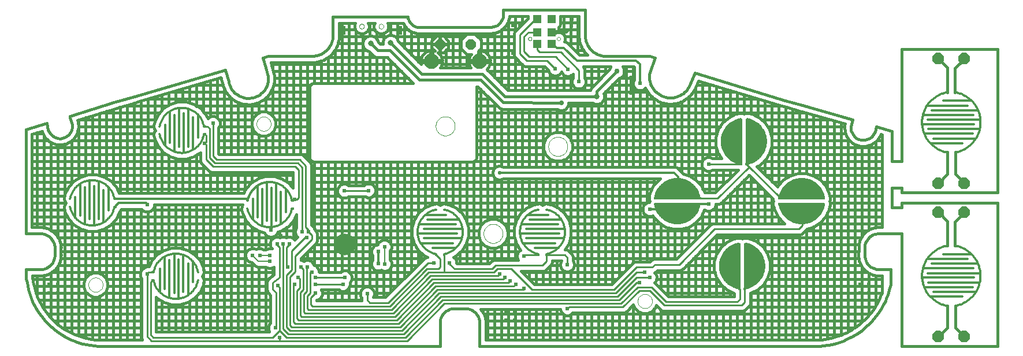
<source format=gbl>
G75*
G70*
%OFA0B0*%
%FSLAX24Y24*%
%IPPOS*%
%LPD*%
%AMOC8*
5,1,8,0,0,1.08239X$1,22.5*
%
%ADD10C,0.0000*%
%ADD11C,0.0160*%
%ADD12R,0.0120X0.0120*%
%ADD13C,0.0080*%
%ADD14C,0.0120*%
%ADD15R,0.0472X0.0472*%
%ADD16OC8,0.0660*%
%ADD17OC8,0.0600*%
%ADD18C,0.0885*%
%ADD19C,0.1250*%
%ADD20C,0.0280*%
%ADD21C,0.0240*%
%ADD22C,0.0300*%
%ADD23C,0.0320*%
%ADD24C,0.0180*%
%ADD25C,0.0100*%
%ADD26C,0.0220*%
D10*
X004901Y004920D02*
X004903Y004960D01*
X004909Y005001D01*
X004919Y005040D01*
X004932Y005078D01*
X004950Y005115D01*
X004971Y005149D01*
X004995Y005182D01*
X005022Y005212D01*
X005052Y005239D01*
X005085Y005263D01*
X005119Y005284D01*
X005156Y005302D01*
X005194Y005315D01*
X005233Y005325D01*
X005274Y005331D01*
X005314Y005333D01*
X005354Y005331D01*
X005395Y005325D01*
X005434Y005315D01*
X005472Y005302D01*
X005509Y005284D01*
X005543Y005263D01*
X005576Y005239D01*
X005606Y005212D01*
X005633Y005182D01*
X005657Y005149D01*
X005678Y005115D01*
X005696Y005078D01*
X005709Y005040D01*
X005719Y005001D01*
X005725Y004960D01*
X005727Y004920D01*
X005725Y004880D01*
X005719Y004839D01*
X005709Y004800D01*
X005696Y004762D01*
X005678Y004725D01*
X005657Y004691D01*
X005633Y004658D01*
X005606Y004628D01*
X005576Y004601D01*
X005543Y004577D01*
X005509Y004556D01*
X005472Y004538D01*
X005434Y004525D01*
X005395Y004515D01*
X005354Y004509D01*
X005314Y004507D01*
X005274Y004509D01*
X005233Y004515D01*
X005194Y004525D01*
X005156Y004538D01*
X005119Y004556D01*
X005085Y004577D01*
X005052Y004601D01*
X005022Y004628D01*
X004995Y004658D01*
X004971Y004691D01*
X004950Y004725D01*
X004932Y004762D01*
X004919Y004800D01*
X004909Y004839D01*
X004903Y004880D01*
X004901Y004920D01*
X024940Y014074D02*
X024942Y014121D01*
X024948Y014167D01*
X024958Y014213D01*
X024971Y014258D01*
X024989Y014301D01*
X025010Y014343D01*
X025034Y014383D01*
X025062Y014420D01*
X025093Y014455D01*
X025127Y014488D01*
X025163Y014517D01*
X025202Y014543D01*
X025243Y014566D01*
X025286Y014585D01*
X025330Y014601D01*
X025375Y014613D01*
X025421Y014621D01*
X025468Y014625D01*
X025514Y014625D01*
X025561Y014621D01*
X025607Y014613D01*
X025652Y014601D01*
X025696Y014585D01*
X025739Y014566D01*
X025780Y014543D01*
X025819Y014517D01*
X025855Y014488D01*
X025889Y014455D01*
X025920Y014420D01*
X025948Y014383D01*
X025972Y014343D01*
X025993Y014301D01*
X026011Y014258D01*
X026024Y014213D01*
X026034Y014167D01*
X026040Y014121D01*
X026042Y014074D01*
X026040Y014027D01*
X026034Y013981D01*
X026024Y013935D01*
X026011Y013890D01*
X025993Y013847D01*
X025972Y013805D01*
X025948Y013765D01*
X025920Y013728D01*
X025889Y013693D01*
X025855Y013660D01*
X025819Y013631D01*
X025780Y013605D01*
X025739Y013582D01*
X025696Y013563D01*
X025652Y013547D01*
X025607Y013535D01*
X025561Y013527D01*
X025514Y013523D01*
X025468Y013523D01*
X025421Y013527D01*
X025375Y013535D01*
X025330Y013547D01*
X025286Y013563D01*
X025243Y013582D01*
X025202Y013605D01*
X025163Y013631D01*
X025127Y013660D01*
X025093Y013693D01*
X025062Y013728D01*
X025034Y013765D01*
X025010Y013805D01*
X024989Y013847D01*
X024971Y013890D01*
X024958Y013935D01*
X024948Y013981D01*
X024942Y014027D01*
X024940Y014074D01*
X031436Y012893D02*
X031438Y012940D01*
X031444Y012986D01*
X031454Y013032D01*
X031467Y013077D01*
X031485Y013120D01*
X031506Y013162D01*
X031530Y013202D01*
X031558Y013239D01*
X031589Y013274D01*
X031623Y013307D01*
X031659Y013336D01*
X031698Y013362D01*
X031739Y013385D01*
X031782Y013404D01*
X031826Y013420D01*
X031871Y013432D01*
X031917Y013440D01*
X031964Y013444D01*
X032010Y013444D01*
X032057Y013440D01*
X032103Y013432D01*
X032148Y013420D01*
X032192Y013404D01*
X032235Y013385D01*
X032276Y013362D01*
X032315Y013336D01*
X032351Y013307D01*
X032385Y013274D01*
X032416Y013239D01*
X032444Y013202D01*
X032468Y013162D01*
X032489Y013120D01*
X032507Y013077D01*
X032520Y013032D01*
X032530Y012986D01*
X032536Y012940D01*
X032538Y012893D01*
X032536Y012846D01*
X032530Y012800D01*
X032520Y012754D01*
X032507Y012709D01*
X032489Y012666D01*
X032468Y012624D01*
X032444Y012584D01*
X032416Y012547D01*
X032385Y012512D01*
X032351Y012479D01*
X032315Y012450D01*
X032276Y012424D01*
X032235Y012401D01*
X032192Y012382D01*
X032148Y012366D01*
X032103Y012354D01*
X032057Y012346D01*
X032010Y012342D01*
X031964Y012342D01*
X031917Y012346D01*
X031871Y012354D01*
X031826Y012366D01*
X031782Y012382D01*
X031739Y012401D01*
X031698Y012424D01*
X031659Y012450D01*
X031623Y012479D01*
X031589Y012512D01*
X031558Y012547D01*
X031530Y012584D01*
X031506Y012624D01*
X031485Y012666D01*
X031467Y012709D01*
X031454Y012754D01*
X031444Y012800D01*
X031438Y012846D01*
X031436Y012893D01*
X027696Y007873D02*
X027698Y007920D01*
X027704Y007966D01*
X027714Y008012D01*
X027727Y008057D01*
X027745Y008100D01*
X027766Y008142D01*
X027790Y008182D01*
X027818Y008219D01*
X027849Y008254D01*
X027883Y008287D01*
X027919Y008316D01*
X027958Y008342D01*
X027999Y008365D01*
X028042Y008384D01*
X028086Y008400D01*
X028131Y008412D01*
X028177Y008420D01*
X028224Y008424D01*
X028270Y008424D01*
X028317Y008420D01*
X028363Y008412D01*
X028408Y008400D01*
X028452Y008384D01*
X028495Y008365D01*
X028536Y008342D01*
X028575Y008316D01*
X028611Y008287D01*
X028645Y008254D01*
X028676Y008219D01*
X028704Y008182D01*
X028728Y008142D01*
X028749Y008100D01*
X028767Y008057D01*
X028780Y008012D01*
X028790Y007966D01*
X028796Y007920D01*
X028798Y007873D01*
X028796Y007826D01*
X028790Y007780D01*
X028780Y007734D01*
X028767Y007689D01*
X028749Y007646D01*
X028728Y007604D01*
X028704Y007564D01*
X028676Y007527D01*
X028645Y007492D01*
X028611Y007459D01*
X028575Y007430D01*
X028536Y007404D01*
X028495Y007381D01*
X028452Y007362D01*
X028408Y007346D01*
X028363Y007334D01*
X028317Y007326D01*
X028270Y007322D01*
X028224Y007322D01*
X028177Y007326D01*
X028131Y007334D01*
X028086Y007346D01*
X028042Y007362D01*
X027999Y007381D01*
X027958Y007404D01*
X027919Y007430D01*
X027883Y007459D01*
X027849Y007492D01*
X027818Y007527D01*
X027790Y007564D01*
X027766Y007604D01*
X027745Y007646D01*
X027727Y007689D01*
X027714Y007734D01*
X027704Y007780D01*
X027698Y007826D01*
X027696Y007873D01*
X036594Y003975D02*
X036596Y004015D01*
X036602Y004056D01*
X036612Y004095D01*
X036625Y004133D01*
X036643Y004170D01*
X036664Y004204D01*
X036688Y004237D01*
X036715Y004267D01*
X036745Y004294D01*
X036778Y004318D01*
X036812Y004339D01*
X036849Y004357D01*
X036887Y004370D01*
X036926Y004380D01*
X036967Y004386D01*
X037007Y004388D01*
X037047Y004386D01*
X037088Y004380D01*
X037127Y004370D01*
X037165Y004357D01*
X037202Y004339D01*
X037236Y004318D01*
X037269Y004294D01*
X037299Y004267D01*
X037326Y004237D01*
X037350Y004204D01*
X037371Y004170D01*
X037389Y004133D01*
X037402Y004095D01*
X037412Y004056D01*
X037418Y004015D01*
X037420Y003975D01*
X037418Y003935D01*
X037412Y003894D01*
X037402Y003855D01*
X037389Y003817D01*
X037371Y003780D01*
X037350Y003746D01*
X037326Y003713D01*
X037299Y003683D01*
X037269Y003656D01*
X037236Y003632D01*
X037202Y003611D01*
X037165Y003593D01*
X037127Y003580D01*
X037088Y003570D01*
X037047Y003564D01*
X037007Y003562D01*
X036967Y003564D01*
X036926Y003570D01*
X036887Y003580D01*
X036849Y003593D01*
X036812Y003611D01*
X036778Y003632D01*
X036745Y003656D01*
X036715Y003683D01*
X036688Y003713D01*
X036664Y003746D01*
X036643Y003780D01*
X036625Y003817D01*
X036612Y003855D01*
X036602Y003894D01*
X036596Y003935D01*
X036594Y003975D01*
X014596Y014201D02*
X014598Y014241D01*
X014604Y014282D01*
X014614Y014321D01*
X014627Y014359D01*
X014645Y014396D01*
X014666Y014430D01*
X014690Y014463D01*
X014717Y014493D01*
X014747Y014520D01*
X014780Y014544D01*
X014814Y014565D01*
X014851Y014583D01*
X014889Y014596D01*
X014928Y014606D01*
X014969Y014612D01*
X015009Y014614D01*
X015049Y014612D01*
X015090Y014606D01*
X015129Y014596D01*
X015167Y014583D01*
X015204Y014565D01*
X015238Y014544D01*
X015271Y014520D01*
X015301Y014493D01*
X015328Y014463D01*
X015352Y014430D01*
X015373Y014396D01*
X015391Y014359D01*
X015404Y014321D01*
X015414Y014282D01*
X015420Y014241D01*
X015422Y014201D01*
X015420Y014161D01*
X015414Y014120D01*
X015404Y014081D01*
X015391Y014043D01*
X015373Y014006D01*
X015352Y013972D01*
X015328Y013939D01*
X015301Y013909D01*
X015271Y013882D01*
X015238Y013858D01*
X015204Y013837D01*
X015167Y013819D01*
X015129Y013806D01*
X015090Y013796D01*
X015049Y013790D01*
X015009Y013788D01*
X014969Y013790D01*
X014928Y013796D01*
X014889Y013806D01*
X014851Y013819D01*
X014814Y013837D01*
X014780Y013858D01*
X014747Y013882D01*
X014717Y013909D01*
X014690Y013939D01*
X014666Y013972D01*
X014645Y014006D01*
X014627Y014043D01*
X014614Y014081D01*
X014604Y014120D01*
X014598Y014161D01*
X014596Y014201D01*
X020530Y019826D02*
X020532Y019849D01*
X020538Y019872D01*
X020548Y019893D01*
X020561Y019913D01*
X020577Y019930D01*
X020596Y019944D01*
X020617Y019954D01*
X020639Y019961D01*
X020662Y019964D01*
X020686Y019963D01*
X020708Y019958D01*
X020730Y019949D01*
X020750Y019937D01*
X020768Y019921D01*
X020782Y019903D01*
X020794Y019883D01*
X020802Y019861D01*
X020806Y019838D01*
X020806Y019814D01*
X020802Y019791D01*
X020794Y019769D01*
X020782Y019749D01*
X020768Y019731D01*
X020750Y019715D01*
X020730Y019703D01*
X020708Y019694D01*
X020686Y019689D01*
X020662Y019688D01*
X020639Y019691D01*
X020617Y019698D01*
X020596Y019708D01*
X020577Y019722D01*
X020561Y019739D01*
X020548Y019759D01*
X020538Y019780D01*
X020532Y019803D01*
X020530Y019826D01*
X021652Y019826D02*
X021654Y019849D01*
X021660Y019872D01*
X021670Y019893D01*
X021683Y019913D01*
X021699Y019930D01*
X021718Y019944D01*
X021739Y019954D01*
X021761Y019961D01*
X021784Y019964D01*
X021808Y019963D01*
X021830Y019958D01*
X021852Y019949D01*
X021872Y019937D01*
X021890Y019921D01*
X021904Y019903D01*
X021916Y019883D01*
X021924Y019861D01*
X021928Y019838D01*
X021928Y019814D01*
X021924Y019791D01*
X021916Y019769D01*
X021904Y019749D01*
X021890Y019731D01*
X021872Y019715D01*
X021852Y019703D01*
X021830Y019694D01*
X021808Y019689D01*
X021784Y019688D01*
X021761Y019691D01*
X021739Y019698D01*
X021718Y019708D01*
X021699Y019722D01*
X021683Y019739D01*
X021670Y019759D01*
X021660Y019780D01*
X021654Y019803D01*
X021652Y019826D01*
X030275Y019109D02*
X030277Y019128D01*
X030282Y019147D01*
X030292Y019163D01*
X030304Y019178D01*
X030319Y019190D01*
X030335Y019200D01*
X030354Y019205D01*
X030373Y019207D01*
X030392Y019205D01*
X030411Y019200D01*
X030427Y019190D01*
X030442Y019178D01*
X030454Y019163D01*
X030464Y019147D01*
X030469Y019128D01*
X030471Y019109D01*
X030469Y019090D01*
X030464Y019071D01*
X030454Y019055D01*
X030442Y019040D01*
X030427Y019028D01*
X030411Y019018D01*
X030392Y019013D01*
X030373Y019011D01*
X030354Y019013D01*
X030335Y019018D01*
X030319Y019028D01*
X030304Y019040D01*
X030292Y019055D01*
X030282Y019071D01*
X030277Y019090D01*
X030275Y019109D01*
X031929Y019109D02*
X031931Y019128D01*
X031936Y019147D01*
X031946Y019163D01*
X031958Y019178D01*
X031973Y019190D01*
X031989Y019200D01*
X032008Y019205D01*
X032027Y019207D01*
X032046Y019205D01*
X032065Y019200D01*
X032081Y019190D01*
X032096Y019178D01*
X032108Y019163D01*
X032118Y019147D01*
X032123Y019128D01*
X032125Y019109D01*
X032123Y019090D01*
X032118Y019071D01*
X032108Y019055D01*
X032096Y019040D01*
X032081Y019028D01*
X032065Y019018D01*
X032046Y019013D01*
X032027Y019011D01*
X032008Y019013D01*
X031989Y019018D01*
X031973Y019028D01*
X031958Y019040D01*
X031946Y019055D01*
X031936Y019071D01*
X031931Y019090D01*
X031929Y019109D01*
D11*
X003900Y001750D02*
X003710Y001840D01*
X003550Y001920D01*
X003350Y002040D01*
X003110Y002200D01*
X002880Y002380D01*
X002660Y002570D01*
X002550Y002680D01*
X002400Y002840D01*
X002280Y002980D01*
X002180Y003110D01*
X002060Y003270D01*
X001960Y003420D01*
X001830Y003650D01*
X001710Y003870D01*
X001640Y004030D01*
X001520Y004350D01*
X001430Y004660D01*
X001380Y004870D01*
X001350Y005040D01*
X001310Y005290D01*
X001280Y005800D01*
X002120Y005810D01*
X002210Y005810D01*
X002260Y005820D01*
X002350Y005840D01*
X002460Y005880D01*
X002560Y005930D01*
X002660Y006000D01*
X002750Y006100D01*
X002820Y006190D01*
X002870Y006280D01*
X002900Y006340D01*
X002940Y006470D01*
X002950Y006590D01*
X002950Y007100D01*
X002930Y007230D01*
X002920Y007270D01*
X002870Y007410D01*
X002720Y007620D01*
X002620Y007710D01*
X002490Y007790D01*
X002370Y007840D01*
X002190Y007870D01*
X001280Y007870D01*
X001280Y013880D01*
X002490Y014240D01*
X002570Y013850D01*
X002680Y013640D01*
X002830Y013500D01*
X002940Y013430D01*
X003110Y013370D01*
X003260Y013360D01*
X003480Y013400D01*
X003640Y013480D01*
X003760Y013570D01*
X003850Y013700D01*
X003920Y013830D01*
X003960Y014020D01*
X003950Y014160D01*
X003930Y014280D01*
X003840Y014550D01*
X003820Y014660D01*
X006460Y015470D01*
X006600Y015510D01*
X007560Y015790D01*
X012780Y017320D01*
X012980Y016640D01*
X013000Y016570D01*
X013020Y016490D01*
X013050Y016410D01*
X013140Y016230D01*
X013170Y016190D01*
X013220Y016120D01*
X013260Y016070D01*
X013340Y015990D01*
X013400Y015940D01*
X013450Y015900D01*
X013560Y015830D01*
X013610Y015800D01*
X013690Y015770D01*
X013790Y015730D01*
X013860Y015710D01*
X013910Y015700D01*
X013980Y015690D01*
X014020Y015690D01*
X014160Y015680D01*
X014320Y015700D01*
X014410Y015720D01*
X014490Y015740D01*
X014570Y015770D01*
X014720Y015850D01*
X014790Y015890D01*
X014840Y015930D01*
X014960Y016040D01*
X015050Y016150D01*
X015130Y016280D01*
X015180Y016370D01*
X015230Y016520D01*
X015260Y016650D01*
X015270Y016740D01*
X015270Y016950D01*
X015130Y017430D01*
X014960Y018010D01*
X015260Y018110D01*
X017860Y018110D01*
X018060Y018130D01*
X018190Y018170D01*
X018350Y018230D01*
X018510Y018330D01*
X018630Y018430D01*
X018720Y018530D01*
X018810Y018650D01*
X018900Y018820D01*
X018960Y019000D01*
X018990Y019110D01*
X019000Y019160D01*
X019000Y020376D01*
X023320Y020376D01*
X023340Y020282D01*
X023350Y020260D01*
X023400Y020130D01*
X023460Y020040D01*
X023550Y019940D01*
X023630Y019880D01*
X023750Y019820D01*
X023860Y019790D01*
X023940Y019780D01*
X028140Y019780D01*
X028270Y019800D01*
X028390Y019840D01*
X028490Y019890D01*
X028570Y019950D01*
X028670Y020050D01*
X028710Y020100D01*
X028770Y020210D01*
X028800Y020290D01*
X028820Y020350D01*
X028830Y020410D01*
X028840Y020770D01*
X033560Y020770D01*
X033560Y019200D01*
X033600Y018980D01*
X033650Y018850D01*
X033690Y018760D01*
X033750Y018660D01*
X033820Y018560D01*
X033930Y018440D01*
X034020Y018360D01*
X034160Y018270D01*
X034270Y018210D01*
X034370Y018170D01*
X034480Y018140D01*
X034580Y018120D01*
X034750Y018110D01*
X037310Y018110D01*
X037600Y018010D01*
X037290Y017190D01*
X037270Y017060D01*
X037260Y016910D01*
X037270Y016790D01*
X037300Y016630D01*
X037330Y016540D01*
X037340Y016490D01*
X037390Y016390D01*
X037490Y016220D01*
X037610Y016070D01*
X037690Y016000D01*
X037830Y015900D01*
X037980Y015810D01*
X038190Y015750D01*
X038330Y015720D01*
X038400Y015710D01*
X038520Y015710D01*
X038630Y015720D01*
X038750Y015740D01*
X038860Y015770D01*
X038940Y015800D01*
X039030Y015840D01*
X039130Y015900D01*
X039220Y015960D01*
X039300Y016030D01*
X039370Y016090D01*
X039430Y016160D01*
X039470Y016210D01*
X039570Y016370D01*
X039600Y016440D01*
X039880Y017130D01*
X045080Y015560D01*
X046090Y015270D01*
X048980Y014450D01*
X048890Y014030D01*
X048910Y013810D01*
X048980Y013640D01*
X049080Y013490D01*
X049200Y013390D01*
X049320Y013320D01*
X049490Y013270D01*
X049700Y013270D01*
X049920Y013330D01*
X050090Y013450D01*
X050170Y013540D01*
X050280Y013730D01*
X050360Y014050D01*
X051270Y013780D01*
X051270Y012040D01*
X051840Y012040D01*
X051840Y018508D01*
X057352Y018508D01*
X057352Y010240D01*
X051840Y010240D01*
X051840Y010520D01*
X051270Y010520D01*
X051270Y009370D01*
X051840Y009370D01*
X051840Y009648D01*
X057352Y009648D01*
X057352Y001380D01*
X051840Y001380D01*
X051840Y007870D01*
X050430Y007870D01*
X050340Y007860D01*
X050260Y007840D01*
X050170Y007810D01*
X050050Y007740D01*
X049960Y007670D01*
X049880Y007590D01*
X049800Y007460D01*
X049740Y007330D01*
X049710Y007210D01*
X049700Y006550D01*
X049720Y006410D01*
X049800Y006210D01*
X049870Y006100D01*
X050030Y005960D01*
X050120Y005900D01*
X050290Y005830D01*
X050370Y005810D01*
X051200Y005810D01*
X051200Y005080D01*
X051180Y004900D01*
X051140Y004730D01*
X051020Y004340D01*
X050940Y004130D01*
X050880Y003990D01*
X050770Y003770D01*
X050620Y003510D01*
X050470Y003280D01*
X050090Y002810D01*
X049970Y002690D01*
X049770Y002500D01*
X049620Y002370D01*
X049520Y002290D01*
X049340Y002160D01*
X049230Y002090D01*
X049100Y002010D01*
X048980Y001940D01*
X048770Y001830D01*
X048640Y001770D01*
X048460Y001690D01*
X048260Y001620D01*
X048070Y001560D01*
X047810Y001490D01*
X047600Y001450D01*
X047270Y001400D01*
X047120Y001390D01*
X046940Y001380D01*
X027460Y001380D01*
X027460Y002840D01*
X027420Y002990D01*
X027390Y003070D01*
X027340Y003170D01*
X027220Y003320D01*
X027110Y003410D01*
X027000Y003470D01*
X026880Y003510D01*
X026810Y003530D01*
X026740Y003540D01*
X025940Y003540D01*
X025820Y003530D01*
X025730Y003500D01*
X025630Y003460D01*
X025540Y003410D01*
X025460Y003350D01*
X025370Y003250D01*
X025290Y003140D01*
X025260Y003070D01*
X025240Y003020D01*
X025210Y002900D01*
X025190Y002810D01*
X025190Y001380D01*
X005470Y001380D01*
X005240Y001400D01*
X005000Y001430D01*
X004560Y001520D01*
X004320Y001590D01*
X004100Y001670D01*
X003900Y001750D01*
X004044Y002080D02*
X004228Y002006D01*
X004432Y001932D01*
X004647Y001870D01*
X005058Y001785D01*
X005278Y001758D01*
X005486Y001740D01*
X008003Y001740D01*
X008000Y001743D01*
X007950Y001864D01*
X007950Y005294D01*
X007941Y005303D01*
X007880Y005450D01*
X007880Y005610D01*
X007941Y005757D01*
X008053Y005869D01*
X008102Y005889D01*
X008123Y005912D01*
X008129Y005915D01*
X008134Y005919D01*
X008189Y005942D01*
X008243Y005967D01*
X008249Y005967D01*
X008255Y005969D01*
X008314Y005969D01*
X008374Y005972D01*
X008380Y005969D01*
X008387Y005969D01*
X008567Y006339D01*
X008567Y006339D01*
X008876Y006682D01*
X008876Y006682D01*
X009096Y006819D01*
X009099Y006822D01*
X009104Y006824D01*
X009267Y006926D01*
X009267Y006926D01*
X009709Y007053D01*
X010170Y007053D01*
X010613Y006926D01*
X010613Y006926D01*
X011004Y006682D01*
X011004Y006682D01*
X011004Y006682D01*
X011312Y006339D01*
X011312Y006339D01*
X011514Y005925D01*
X011514Y005925D01*
X011554Y005698D01*
X011566Y005632D01*
X011537Y005500D01*
X011476Y005412D01*
X011537Y005325D01*
X011566Y005193D01*
X011554Y005126D01*
X011514Y004900D01*
X011312Y004485D01*
X011312Y004485D01*
X011004Y004143D01*
X011004Y004143D01*
X010613Y003899D01*
X010613Y003899D01*
X010170Y003772D01*
X009709Y003772D01*
X009267Y003899D01*
X009267Y003899D01*
X008876Y004143D01*
X008876Y004143D01*
X008876Y004143D01*
X008810Y004216D01*
X008810Y002210D01*
X015338Y002210D01*
X015280Y002350D01*
X015280Y002510D01*
X015341Y002657D01*
X015400Y002716D01*
X015400Y004314D01*
X015284Y004460D01*
X015250Y004493D01*
X015243Y004510D01*
X015231Y004525D01*
X015218Y004571D01*
X015200Y004614D01*
X015200Y004633D01*
X015195Y004651D01*
X015200Y004698D01*
X015200Y004988D01*
X015194Y005012D01*
X015200Y005053D01*
X015200Y005096D01*
X015209Y005118D01*
X015213Y005142D01*
X015234Y005178D01*
X015250Y005217D01*
X015267Y005234D01*
X015279Y005255D01*
X015313Y005280D01*
X015343Y005310D01*
X015365Y005319D01*
X015600Y005495D01*
X015600Y005944D01*
X015587Y005931D01*
X015440Y005870D01*
X015280Y005870D01*
X015133Y005931D01*
X015114Y005950D01*
X014646Y005950D01*
X014529Y005999D01*
X014312Y006215D01*
X014285Y006215D01*
X014138Y006276D01*
X014026Y006388D01*
X013965Y006535D01*
X013965Y006695D01*
X014026Y006842D01*
X014138Y006954D01*
X014285Y007015D01*
X014445Y007015D01*
X014565Y006965D01*
X014698Y007020D01*
X014858Y007020D01*
X015005Y006959D01*
X015024Y006940D01*
X015114Y006940D01*
X015133Y006959D01*
X015280Y007020D01*
X015440Y007020D01*
X015499Y006995D01*
X015441Y007053D01*
X015380Y007200D01*
X015380Y007360D01*
X015441Y007507D01*
X015553Y007619D01*
X015700Y007680D01*
X015860Y007680D01*
X015955Y007640D01*
X016050Y007680D01*
X016210Y007680D01*
X016305Y007640D01*
X016400Y007680D01*
X016560Y007680D01*
X016707Y007619D01*
X016804Y007521D01*
X016964Y007681D01*
X016891Y007753D01*
X016830Y007900D01*
X016830Y008060D01*
X016891Y008207D01*
X016900Y008216D01*
X016900Y008977D01*
X016826Y008825D01*
X016825Y008823D01*
X016812Y008774D01*
X016804Y008764D01*
X016799Y008751D01*
X016779Y008729D01*
X016726Y008619D01*
X016726Y008619D01*
X016417Y008277D01*
X016417Y008277D01*
X016197Y008139D01*
X016194Y008136D01*
X016189Y008134D01*
X016027Y008033D01*
X016027Y008033D01*
X015819Y007973D01*
X015769Y007853D01*
X015657Y007741D01*
X015510Y007680D01*
X015350Y007680D01*
X015203Y007741D01*
X015091Y007853D01*
X015062Y007923D01*
X014680Y008033D01*
X014680Y008033D01*
X014289Y008277D01*
X014289Y008277D01*
X014289Y008277D01*
X013981Y008619D01*
X013981Y008619D01*
X013779Y009033D01*
X013779Y009033D01*
X013739Y009260D01*
X013727Y009327D01*
X013756Y009459D01*
X013807Y009532D01*
X008680Y009532D01*
X008680Y009450D01*
X008619Y009303D01*
X008507Y009191D01*
X008360Y009130D01*
X008200Y009130D01*
X008053Y009191D01*
X007954Y009290D01*
X006795Y009290D01*
X006758Y009199D01*
X006692Y009133D01*
X006691Y009132D01*
X006691Y009132D01*
X006489Y008718D01*
X006489Y008718D01*
X006181Y008375D01*
X006181Y008375D01*
X005961Y008238D01*
X005958Y008235D01*
X005953Y008233D01*
X005790Y008131D01*
X005790Y008131D01*
X005347Y008004D01*
X004887Y008004D01*
X004444Y008131D01*
X004444Y008131D01*
X004053Y008375D01*
X004053Y008375D01*
X004053Y008375D01*
X003745Y008718D01*
X003745Y008718D01*
X003543Y009132D01*
X003543Y009132D01*
X003503Y009359D01*
X003491Y009425D01*
X003520Y009557D01*
X003581Y009645D01*
X003520Y009732D01*
X003491Y009864D01*
X003503Y009930D01*
X003543Y010157D01*
X003745Y010571D01*
X003745Y010571D01*
X004053Y010914D01*
X004053Y010914D01*
X004444Y011158D01*
X004444Y011158D01*
X004887Y011285D01*
X005347Y011285D01*
X005790Y011158D01*
X005790Y011158D01*
X006181Y010914D01*
X006181Y010914D01*
X006181Y010914D01*
X006489Y010571D01*
X006489Y010571D01*
X006665Y010212D01*
X013853Y010212D01*
X013865Y010236D01*
X013866Y010242D01*
X013874Y010253D01*
X013887Y010280D01*
X013891Y010293D01*
X013895Y010297D01*
X013981Y010473D01*
X013981Y010473D01*
X014289Y010815D01*
X014289Y010815D01*
X014680Y011060D01*
X014680Y011060D01*
X014842Y011106D01*
X014844Y011108D01*
X014862Y011112D01*
X014880Y011117D01*
X014903Y011128D01*
X014919Y011128D01*
X015123Y011187D01*
X015584Y011187D01*
X015784Y011129D01*
X015790Y011129D01*
X015801Y011124D01*
X016027Y011060D01*
X016027Y011060D01*
X016417Y010815D01*
X016417Y010815D01*
X016417Y010815D01*
X016700Y010501D01*
X016700Y011393D01*
X016693Y011400D01*
X012014Y011400D01*
X011893Y011450D01*
X011493Y011850D01*
X011400Y011943D01*
X011350Y012064D01*
X011350Y012558D01*
X011349Y012558D01*
X011349Y012558D01*
X011129Y012420D01*
X011126Y012417D01*
X011121Y012415D01*
X010958Y012313D01*
X010958Y012313D01*
X010516Y012186D01*
X010055Y012186D01*
X009612Y012313D01*
X009612Y012313D01*
X009221Y012558D01*
X009221Y012558D01*
X008913Y012900D01*
X008913Y012900D01*
X008711Y013314D01*
X008711Y013314D01*
X008671Y013541D01*
X008659Y013608D01*
X008688Y013740D01*
X008749Y013827D01*
X008688Y013914D01*
X008659Y014046D01*
X008671Y014113D01*
X008711Y014340D01*
X008913Y014754D01*
X008913Y014754D01*
X009221Y015096D01*
X009221Y015096D01*
X009612Y015340D01*
X009612Y015340D01*
X010055Y015467D01*
X010516Y015467D01*
X010958Y015340D01*
X010958Y015340D01*
X011349Y015096D01*
X011349Y015096D01*
X011349Y015096D01*
X011657Y014754D01*
X011657Y014754D01*
X011782Y014498D01*
X011853Y014569D01*
X012000Y014630D01*
X012160Y014630D01*
X012307Y014569D01*
X012419Y014457D01*
X012480Y014310D01*
X012480Y014150D01*
X012419Y014003D01*
X012410Y013994D01*
X012410Y012467D01*
X012417Y012460D01*
X017146Y012460D01*
X017267Y012410D01*
X017617Y012060D01*
X017710Y011967D01*
X017760Y011846D01*
X017760Y008367D01*
X017860Y008267D01*
X017860Y008265D01*
X017919Y008207D01*
X017980Y008060D01*
X017980Y008047D01*
X018060Y007967D01*
X018110Y007846D01*
X018110Y007464D01*
X018060Y007343D01*
X017160Y006443D01*
X017160Y006330D01*
X017230Y006330D01*
X017340Y006284D01*
X017450Y006330D01*
X017610Y006330D01*
X017757Y006269D01*
X017869Y006157D01*
X017915Y006045D01*
X018027Y005999D01*
X018139Y005887D01*
X018200Y005740D01*
X018200Y005672D01*
X018207Y005669D01*
X018216Y005660D01*
X019464Y005660D01*
X019473Y005669D01*
X019620Y005730D01*
X019780Y005730D01*
X019927Y005669D01*
X020039Y005557D01*
X020100Y005410D01*
X020100Y005250D01*
X020039Y005103D01*
X019979Y005043D01*
X019980Y005040D01*
X019980Y004880D01*
X019919Y004733D01*
X019807Y004621D01*
X019660Y004560D01*
X019500Y004560D01*
X019353Y004621D01*
X019344Y004630D01*
X018330Y004630D01*
X018380Y004510D01*
X018380Y004350D01*
X018319Y004203D01*
X018207Y004091D01*
X018060Y004030D01*
X018060Y004010D01*
X020650Y004010D01*
X020650Y004164D01*
X020641Y004173D01*
X020580Y004320D01*
X020580Y004480D01*
X020641Y004627D01*
X020753Y004739D01*
X020900Y004800D01*
X021060Y004800D01*
X021207Y004739D01*
X021319Y004627D01*
X021380Y004480D01*
X021380Y004320D01*
X021334Y004210D01*
X022043Y004210D01*
X024293Y006460D01*
X024414Y006510D01*
X024451Y006510D01*
X024269Y006599D01*
X024269Y006599D01*
X023926Y006907D01*
X023926Y006907D01*
X023789Y007127D01*
X023786Y007130D01*
X023784Y007136D01*
X023682Y007298D01*
X023682Y007298D01*
X023555Y007741D01*
X023555Y008202D01*
X023682Y008645D01*
X023682Y008645D01*
X023926Y009035D01*
X023926Y009035D01*
X023926Y009035D01*
X024269Y009344D01*
X024269Y009344D01*
X024683Y009546D01*
X024683Y009546D01*
X024910Y009586D01*
X024976Y009597D01*
X025109Y009568D01*
X025196Y009507D01*
X025283Y009568D01*
X025415Y009597D01*
X025482Y009586D01*
X025709Y009546D01*
X026123Y009344D01*
X026123Y009344D01*
X026465Y009035D01*
X026465Y009035D01*
X026709Y008645D01*
X026709Y008645D01*
X026836Y008202D01*
X026836Y007741D01*
X026709Y007298D01*
X026709Y007298D01*
X026465Y006907D01*
X026465Y006907D01*
X026465Y006907D01*
X026123Y006599D01*
X026123Y006599D01*
X025971Y006525D01*
X026079Y006417D01*
X026140Y006270D01*
X026140Y006187D01*
X026167Y006160D01*
X028043Y006160D01*
X028100Y006217D01*
X028100Y006217D01*
X028193Y006310D01*
X028314Y006360D01*
X029688Y006360D01*
X029630Y006500D01*
X029630Y006660D01*
X029691Y006807D01*
X029803Y006919D01*
X029820Y006926D01*
X029694Y007127D01*
X029691Y007130D01*
X029689Y007136D01*
X029588Y007298D01*
X029588Y007298D01*
X029461Y007741D01*
X029461Y008202D01*
X029588Y008645D01*
X029588Y008645D01*
X029832Y009035D01*
X029832Y009035D01*
X029832Y009035D01*
X030174Y009344D01*
X030174Y009344D01*
X030588Y009546D01*
X030588Y009546D01*
X030815Y009586D01*
X030882Y009597D01*
X031014Y009568D01*
X031101Y009507D01*
X031188Y009568D01*
X031321Y009597D01*
X031387Y009586D01*
X031614Y009546D01*
X032028Y009344D01*
X032028Y009344D01*
X032371Y009035D01*
X032371Y009035D01*
X032615Y008645D01*
X032615Y008645D01*
X032742Y008202D01*
X032742Y007741D01*
X032615Y007298D01*
X032615Y007298D01*
X032403Y006959D01*
X032447Y006959D01*
X032568Y006908D01*
X032717Y006760D01*
X032810Y006667D01*
X032860Y006546D01*
X032860Y006316D01*
X032869Y006307D01*
X032930Y006160D01*
X032930Y006000D01*
X032869Y005853D01*
X032757Y005741D01*
X032610Y005680D01*
X032450Y005680D01*
X032303Y005741D01*
X032191Y005853D01*
X032130Y006000D01*
X032130Y006160D01*
X032188Y006299D01*
X031658Y006299D01*
X031658Y006213D01*
X031608Y006092D01*
X031267Y005750D01*
X031146Y005700D01*
X029877Y005700D01*
X030617Y004960D01*
X035093Y004960D01*
X036250Y006117D01*
X036343Y006210D01*
X036464Y006260D01*
X037293Y006260D01*
X037300Y006267D01*
X037300Y006267D01*
X037393Y006360D01*
X037514Y006410D01*
X038843Y006410D01*
X040843Y008410D01*
X040964Y008460D01*
X045068Y008460D01*
X044998Y008504D01*
X044998Y008504D01*
X044690Y008846D01*
X044690Y008846D01*
X044488Y009260D01*
X044488Y009260D01*
X044472Y009349D01*
X044452Y009369D01*
X044409Y009472D01*
X044409Y009703D01*
X044426Y009743D01*
X044409Y009783D01*
X044409Y009870D01*
X043023Y011256D01*
X041386Y009619D01*
X041264Y009569D01*
X041080Y009569D01*
X041080Y009500D01*
X041019Y009353D01*
X040907Y009241D01*
X040760Y009180D01*
X040600Y009180D01*
X040456Y009240D01*
X040441Y009240D01*
X040249Y008846D01*
X040249Y008846D01*
X039941Y008504D01*
X039941Y008504D01*
X039550Y008259D01*
X039550Y008259D01*
X039107Y008132D01*
X038646Y008132D01*
X038204Y008259D01*
X038204Y008259D01*
X037813Y008504D01*
X037813Y008504D01*
X037813Y008504D01*
X037504Y008846D01*
X037504Y008846D01*
X037466Y008924D01*
X037360Y008880D01*
X037200Y008880D01*
X037053Y008941D01*
X036941Y009053D01*
X036880Y009200D01*
X036880Y009360D01*
X036941Y009507D01*
X037053Y009619D01*
X037200Y009680D01*
X037261Y009680D01*
X037287Y009743D01*
X037260Y009809D01*
X037260Y009812D01*
X037257Y009819D01*
X037257Y009905D01*
X037251Y009932D01*
X037257Y009967D01*
X037257Y009997D01*
X037257Y009998D01*
X037257Y010007D01*
X037269Y010036D01*
X037302Y010226D01*
X037302Y010226D01*
X037504Y010640D01*
X037504Y010640D01*
X037813Y010982D01*
X037813Y010982D01*
X037905Y011040D01*
X028828Y011040D01*
X028708Y010990D01*
X028552Y010990D01*
X028409Y011049D01*
X028299Y011159D01*
X028240Y011302D01*
X028240Y011458D01*
X028299Y011601D01*
X028409Y011711D01*
X028552Y011770D01*
X028708Y011770D01*
X028828Y011720D01*
X038748Y011720D01*
X038873Y011668D01*
X038968Y011573D01*
X039218Y011323D01*
X039219Y011322D01*
X039550Y011226D01*
X039550Y011226D01*
X039941Y010982D01*
X039941Y010982D01*
X040249Y010640D01*
X040249Y010640D01*
X040450Y010229D01*
X041062Y010229D01*
X042383Y011550D01*
X040916Y011550D01*
X040907Y011541D01*
X040760Y011480D01*
X040600Y011480D01*
X040453Y011541D01*
X040341Y011653D01*
X040280Y011800D01*
X040280Y011960D01*
X040341Y012107D01*
X040453Y012219D01*
X040600Y012280D01*
X040760Y012280D01*
X040907Y012219D01*
X040916Y012210D01*
X041422Y012210D01*
X041232Y012515D01*
X041232Y012515D01*
X041105Y012957D01*
X041105Y013418D01*
X041232Y013861D01*
X041232Y013861D01*
X041476Y014252D01*
X041476Y014252D01*
X041476Y014252D01*
X041819Y014560D01*
X041819Y014560D01*
X042233Y014762D01*
X042233Y014762D01*
X042423Y014796D01*
X042451Y014807D01*
X042461Y014807D01*
X042462Y014808D01*
X042492Y014808D01*
X042526Y014814D01*
X042554Y014808D01*
X042639Y014808D01*
X042647Y014805D01*
X042649Y014805D01*
X042715Y014777D01*
X042782Y014805D01*
X042784Y014805D01*
X042792Y014808D01*
X042877Y014808D01*
X042905Y014814D01*
X042939Y014808D01*
X042969Y014808D01*
X042970Y014807D01*
X042980Y014807D01*
X043008Y014796D01*
X043198Y014762D01*
X043198Y014762D01*
X043612Y014560D01*
X043612Y014560D01*
X043955Y014252D01*
X043955Y014252D01*
X044199Y013861D01*
X044326Y013418D01*
X044326Y012957D01*
X044199Y012515D01*
X043955Y012124D01*
X043955Y012124D01*
X043612Y011816D01*
X043612Y011816D01*
X043468Y011745D01*
X044651Y010562D01*
X044690Y010640D01*
X044690Y010640D01*
X044998Y010982D01*
X044998Y010982D01*
X045389Y011226D01*
X045389Y011226D01*
X045832Y011353D01*
X046292Y011353D01*
X046735Y011226D01*
X046735Y011226D01*
X047126Y010982D01*
X047126Y010982D01*
X047434Y010640D01*
X047434Y010640D01*
X047636Y010226D01*
X047636Y010226D01*
X047670Y010036D01*
X047681Y010007D01*
X047681Y009998D01*
X047682Y009997D01*
X047682Y009967D01*
X047688Y009932D01*
X047682Y009905D01*
X047682Y009819D01*
X047679Y009812D01*
X047679Y009809D01*
X047651Y009743D01*
X047679Y009677D01*
X047679Y009674D01*
X047682Y009667D01*
X047682Y009581D01*
X047688Y009554D01*
X047682Y009519D01*
X047682Y009489D01*
X047681Y009488D01*
X047681Y009479D01*
X047670Y009450D01*
X047636Y009260D01*
X047434Y008846D01*
X047434Y008846D01*
X047126Y008504D01*
X047126Y008504D01*
X046735Y008259D01*
X046735Y008259D01*
X046364Y008153D01*
X046360Y008143D01*
X046267Y008050D01*
X046160Y007943D01*
X046160Y007943D01*
X046067Y007850D01*
X045946Y007800D01*
X041167Y007800D01*
X039260Y005893D01*
X039167Y005800D01*
X039046Y005750D01*
X037717Y005750D01*
X037617Y005650D01*
X037552Y005623D01*
X037619Y005557D01*
X037680Y005410D01*
X037680Y005250D01*
X037619Y005103D01*
X037571Y005056D01*
X038367Y004260D01*
X042150Y004260D01*
X042150Y004426D01*
X042134Y004428D01*
X042134Y004428D01*
X041720Y004630D01*
X041720Y004630D01*
X041378Y004939D01*
X041378Y004939D01*
X041134Y005330D01*
X041134Y005330D01*
X041007Y005772D01*
X041007Y006233D01*
X041134Y006676D01*
X041134Y006676D01*
X041378Y007067D01*
X041378Y007067D01*
X041720Y007375D01*
X041720Y007375D01*
X042134Y007577D01*
X042134Y007577D01*
X042324Y007611D01*
X042353Y007622D01*
X042362Y007622D01*
X042363Y007623D01*
X042393Y007623D01*
X042428Y007629D01*
X042455Y007623D01*
X042541Y007623D01*
X042548Y007620D01*
X042551Y007620D01*
X042617Y007592D01*
X042683Y007620D01*
X042686Y007620D01*
X042693Y007623D01*
X042779Y007623D01*
X042806Y007629D01*
X042841Y007623D01*
X042871Y007623D01*
X042872Y007622D01*
X042881Y007622D01*
X042910Y007611D01*
X043100Y007577D01*
X043514Y007375D01*
X043514Y007375D01*
X043856Y007067D01*
X044101Y006676D01*
X044101Y006676D01*
X044228Y006233D01*
X044228Y005772D01*
X044101Y005330D01*
X044101Y005330D01*
X043856Y004939D01*
X043856Y004939D01*
X043856Y004939D01*
X043514Y004630D01*
X043514Y004630D01*
X043103Y004430D01*
X043103Y003857D01*
X043053Y003736D01*
X042860Y003543D01*
X042767Y003450D01*
X042646Y003400D01*
X038064Y003400D01*
X037943Y003450D01*
X037850Y003543D01*
X037658Y003735D01*
X037595Y003583D01*
X037400Y003387D01*
X037145Y003282D01*
X036869Y003282D01*
X036614Y003387D01*
X036419Y003583D01*
X036340Y003773D01*
X036340Y001740D01*
X036740Y001740D02*
X036740Y003335D01*
X037140Y003282D02*
X037140Y001740D01*
X037540Y001740D02*
X037540Y003528D01*
X037618Y003640D02*
X037753Y003640D01*
X037940Y003453D02*
X037940Y001740D01*
X038340Y001740D02*
X038340Y003400D01*
X038740Y003400D02*
X038740Y001740D01*
X039140Y001740D02*
X039140Y003400D01*
X039540Y003400D02*
X039540Y001740D01*
X039940Y001740D02*
X039940Y003400D01*
X040340Y003400D02*
X040340Y001740D01*
X040740Y001740D02*
X040740Y003400D01*
X041140Y003400D02*
X041140Y001740D01*
X041540Y001740D02*
X041540Y003400D01*
X041940Y003400D02*
X041940Y001740D01*
X042340Y001740D02*
X042340Y003400D01*
X042740Y003439D02*
X042740Y001740D01*
X043140Y001740D02*
X043140Y004448D01*
X043123Y004440D02*
X050673Y004440D01*
X050679Y004457D02*
X050606Y004265D01*
X050553Y004142D01*
X050453Y003941D01*
X050313Y003698D01*
X050179Y003492D01*
X049822Y003051D01*
X049719Y002948D01*
X049528Y002767D01*
X049390Y002647D01*
X049302Y002577D01*
X049138Y002458D01*
X049039Y002395D01*
X048915Y002319D01*
X048806Y002255D01*
X048611Y002153D01*
X048491Y002098D01*
X048327Y002025D01*
X048146Y001962D01*
X047969Y001906D01*
X047729Y001841D01*
X047539Y001805D01*
X047231Y001758D01*
X047098Y001749D01*
X046930Y001740D01*
X027820Y001740D01*
X027820Y002816D01*
X027826Y002864D01*
X027820Y002887D01*
X027820Y002912D01*
X027802Y002956D01*
X027782Y003031D01*
X027782Y003049D01*
X027763Y003100D01*
X027749Y003152D01*
X027745Y003158D01*
X027744Y003167D01*
X027720Y003214D01*
X027702Y003263D01*
X027689Y003278D01*
X027677Y003302D01*
X027666Y003339D01*
X027645Y003365D01*
X027630Y003395D01*
X027601Y003420D01*
X027537Y003500D01*
X032130Y003500D01*
X032130Y003480D01*
X032191Y003333D01*
X032303Y003221D01*
X032450Y003160D01*
X032610Y003160D01*
X032757Y003221D01*
X032836Y003300D01*
X035796Y003300D01*
X035917Y003350D01*
X036340Y003773D01*
X036395Y003640D02*
X036207Y003640D01*
X035940Y003373D02*
X035940Y001740D01*
X035540Y001740D02*
X035540Y003300D01*
X035140Y003300D02*
X035140Y001740D01*
X034740Y001740D02*
X034740Y003300D01*
X034340Y003300D02*
X034340Y001740D01*
X033940Y001740D02*
X033940Y003300D01*
X033540Y003300D02*
X033540Y001740D01*
X033140Y001740D02*
X033140Y003300D01*
X032776Y003240D02*
X049975Y003240D01*
X049940Y003197D02*
X049940Y005585D01*
X049950Y005581D02*
X049980Y005561D01*
X050016Y005554D01*
X050112Y005514D01*
X050133Y005498D01*
X050177Y005487D01*
X050219Y005470D01*
X050246Y005470D01*
X050257Y005467D01*
X050298Y005450D01*
X050326Y005450D01*
X050352Y005443D01*
X050397Y005450D01*
X050680Y005450D01*
X050680Y004459D01*
X050679Y004457D01*
X050503Y004040D02*
X043103Y004040D01*
X042111Y004440D02*
X038187Y004440D01*
X038340Y004287D02*
X038340Y005750D01*
X037940Y005750D02*
X037940Y004687D01*
X037787Y004840D02*
X041487Y004840D01*
X041540Y004793D02*
X041540Y004260D01*
X041940Y004260D02*
X041940Y004523D01*
X041140Y004260D02*
X041140Y005319D01*
X041189Y005240D02*
X037676Y005240D01*
X037592Y005640D02*
X041044Y005640D01*
X041007Y006040D02*
X039407Y006040D01*
X039540Y006173D02*
X039540Y004260D01*
X039140Y004260D02*
X039140Y005789D01*
X038740Y005750D02*
X038740Y004260D01*
X039940Y004260D02*
X039940Y006573D01*
X039807Y006440D02*
X041066Y006440D01*
X041140Y006687D02*
X041140Y007773D01*
X041007Y007640D02*
X049487Y007640D01*
X049482Y007630D02*
X049456Y007588D01*
X049452Y007566D01*
X049429Y007515D01*
X049408Y007487D01*
X049399Y007450D01*
X049383Y007416D01*
X049382Y007381D01*
X049368Y007326D01*
X049351Y007287D01*
X049351Y007257D01*
X049343Y007228D01*
X049350Y007186D01*
X049341Y006598D01*
X049333Y006570D01*
X049340Y006527D01*
X049339Y006484D01*
X049350Y006457D01*
X049360Y006387D01*
X049359Y006343D01*
X049370Y006316D01*
X049374Y006288D01*
X049396Y006250D01*
X049452Y006111D01*
X049458Y006077D01*
X049478Y006045D01*
X049492Y006010D01*
X049516Y005985D01*
X049556Y005923D01*
X049579Y005876D01*
X049594Y005863D01*
X049605Y005846D01*
X049648Y005816D01*
X049757Y005720D01*
X049771Y005700D01*
X049811Y005674D01*
X049847Y005642D01*
X049870Y005634D01*
X049891Y005620D01*
X049917Y005594D01*
X049950Y005581D01*
X049852Y005640D02*
X044190Y005640D01*
X044228Y006040D02*
X049480Y006040D01*
X049540Y005948D02*
X049540Y002778D01*
X049605Y002840D02*
X027823Y002840D01*
X027820Y002440D02*
X049109Y002440D01*
X049140Y002460D02*
X049140Y013003D01*
X049150Y012995D02*
X049176Y012987D01*
X049200Y012973D01*
X049244Y012967D01*
X049370Y012930D01*
X049418Y012910D01*
X049438Y012910D01*
X049457Y012904D01*
X049509Y012910D01*
X049677Y012910D01*
X049726Y012904D01*
X049748Y012910D01*
X049772Y012910D01*
X049817Y012929D01*
X050007Y012981D01*
X050069Y012995D01*
X050076Y012999D01*
X050084Y013002D01*
X050134Y013040D01*
X050274Y013139D01*
X050311Y013157D01*
X050331Y013180D01*
X050356Y013197D01*
X050379Y013233D01*
X050416Y013275D01*
X050446Y013298D01*
X050463Y013328D01*
X050487Y013354D01*
X050499Y013389D01*
X050581Y013532D01*
X050612Y013573D01*
X050617Y013594D01*
X050619Y013598D01*
X050680Y013580D01*
X050680Y008230D01*
X050481Y008230D01*
X050461Y008236D01*
X050410Y008230D01*
X050358Y008230D01*
X050343Y008224D01*
X050322Y008227D01*
X050276Y008215D01*
X050229Y008210D01*
X050218Y008204D01*
X050214Y008204D01*
X050159Y008186D01*
X050103Y008172D01*
X050092Y008163D01*
X050088Y008162D01*
X050050Y008157D01*
X050021Y008140D01*
X049988Y008129D01*
X049960Y008104D01*
X049909Y008075D01*
X049886Y008068D01*
X049848Y008039D01*
X049807Y008015D01*
X049792Y007995D01*
X049777Y007984D01*
X049756Y007975D01*
X049721Y007940D01*
X049682Y007910D01*
X049671Y007890D01*
X049646Y007865D01*
X049611Y007840D01*
X049596Y007815D01*
X049575Y007794D01*
X049558Y007754D01*
X049519Y007691D01*
X049503Y007676D01*
X049482Y007630D01*
X049540Y007724D02*
X049540Y012910D01*
X049150Y012995D02*
X049115Y013023D01*
X049054Y013058D01*
X049025Y013068D01*
X048993Y013094D01*
X048957Y013115D01*
X048938Y013140D01*
X048864Y013201D01*
X048820Y013231D01*
X048809Y013247D01*
X048795Y013259D01*
X048770Y013306D01*
X048700Y013411D01*
X048674Y013437D01*
X048661Y013470D01*
X048641Y013500D01*
X048634Y013536D01*
X048583Y013657D01*
X048558Y013706D01*
X048556Y013723D01*
X048550Y013739D01*
X048550Y013794D01*
X048533Y013981D01*
X048523Y014035D01*
X048527Y014052D01*
X048525Y014069D01*
X048541Y014121D01*
X048557Y014196D01*
X046060Y014904D01*
X046059Y014904D01*
X045991Y014924D01*
X045923Y014943D01*
X045922Y014944D01*
X045047Y015195D01*
X045044Y015195D01*
X044978Y015215D01*
X044912Y015234D01*
X044910Y015235D01*
X040090Y016690D01*
X039959Y016368D01*
X039959Y016364D01*
X039932Y016301D01*
X039917Y016265D01*
X039913Y016240D01*
X039890Y016203D01*
X039873Y016162D01*
X039852Y016143D01*
X039802Y016062D01*
X039796Y016041D01*
X039764Y016001D01*
X039737Y015958D01*
X039722Y015948D01*
X039707Y015930D01*
X039667Y015880D01*
X039659Y015863D01*
X039625Y015835D01*
X039597Y015801D01*
X039571Y015789D01*
X039536Y015758D01*
X039493Y015720D01*
X039479Y015700D01*
X039439Y015674D01*
X039403Y015642D01*
X039381Y015635D01*
X039377Y015628D01*
X039323Y015596D01*
X039270Y015561D01*
X039261Y015559D01*
X039257Y015557D01*
X039242Y015540D01*
X039196Y015520D01*
X039154Y015494D01*
X039138Y015492D01*
X039133Y015488D01*
X039076Y015467D01*
X039029Y015446D01*
X039024Y015442D01*
X038971Y015427D01*
X038919Y015408D01*
X038902Y015408D01*
X038896Y015407D01*
X038880Y015397D01*
X038827Y015388D01*
X038776Y015374D01*
X038757Y015376D01*
X038746Y015374D01*
X038734Y015368D01*
X038676Y015363D01*
X038619Y015353D01*
X038606Y015356D01*
X038592Y015350D01*
X038536Y015350D01*
X038481Y015345D01*
X038465Y015350D01*
X038445Y015350D01*
X038420Y015343D01*
X038374Y015350D01*
X038328Y015350D01*
X038318Y015355D01*
X038267Y015365D01*
X038208Y015374D01*
X038197Y015380D01*
X038172Y015386D01*
X038160Y015384D01*
X038103Y015401D01*
X038045Y015413D01*
X038034Y015420D01*
X037904Y015457D01*
X037856Y015464D01*
X037835Y015477D01*
X037812Y015484D01*
X037775Y015513D01*
X037693Y015562D01*
X037679Y015565D01*
X037632Y015599D01*
X037583Y015628D01*
X037575Y015640D01*
X034648Y015640D01*
X034670Y015692D02*
X034603Y015531D01*
X034479Y015407D01*
X034318Y015340D01*
X034142Y015340D01*
X033981Y015407D01*
X033978Y015410D01*
X032600Y015410D01*
X032600Y015326D01*
X032536Y015172D01*
X032418Y015054D01*
X032264Y014990D01*
X032096Y014990D01*
X031973Y015041D01*
X028829Y015060D01*
X028756Y015060D01*
X028755Y015060D01*
X028754Y015060D01*
X028687Y015089D01*
X028620Y015116D01*
X028620Y015117D01*
X028619Y015118D01*
X028568Y015169D01*
X027377Y016360D01*
X027289Y016360D01*
X027309Y016312D01*
X027309Y012254D01*
X027262Y012141D01*
X027176Y012056D01*
X027064Y012009D01*
X017888Y012009D01*
X017776Y012056D01*
X017690Y012141D01*
X017644Y012254D01*
X017644Y016312D01*
X017690Y016424D01*
X017776Y016510D01*
X017888Y016556D01*
X023630Y016556D01*
X022127Y018060D01*
X021506Y018060D01*
X021370Y018116D01*
X021097Y018390D01*
X021092Y018390D01*
X020931Y018457D01*
X020807Y018581D01*
X020740Y018742D01*
X020740Y016556D01*
X021140Y016556D02*
X021140Y018347D01*
X020972Y018440D02*
X019106Y018440D01*
X019115Y018457D02*
X019141Y018491D01*
X019148Y018519D01*
X019199Y018615D01*
X019219Y018638D01*
X019232Y018678D01*
X019252Y018715D01*
X019255Y018745D01*
X019282Y018828D01*
X019288Y018836D01*
X019305Y018896D01*
X019324Y018954D01*
X019324Y018961D01*
X019329Y018969D01*
X019341Y019027D01*
X019352Y019069D01*
X019360Y019088D01*
X019360Y019124D01*
X019367Y019160D01*
X019360Y019195D01*
X019360Y020016D01*
X020295Y020016D01*
X020250Y019909D01*
X020250Y019743D01*
X020314Y019589D01*
X020432Y019471D01*
X020585Y019408D01*
X020751Y019408D01*
X020905Y019471D01*
X021022Y019589D01*
X021086Y019743D01*
X021086Y019909D01*
X021041Y020016D01*
X021417Y020016D01*
X021372Y019909D01*
X021372Y019743D01*
X021436Y019589D01*
X021554Y019471D01*
X021707Y019408D01*
X021873Y019408D01*
X022027Y019471D01*
X022144Y019589D01*
X022208Y019743D01*
X022208Y019909D01*
X022163Y020016D01*
X023056Y020016D01*
X023061Y019990D01*
X023078Y019964D01*
X023090Y019934D01*
X023118Y019905D01*
X023136Y019878D01*
X023145Y019852D01*
X023175Y019819D01*
X023200Y019781D01*
X023222Y019766D01*
X023258Y019726D01*
X023277Y019695D01*
X023306Y019673D01*
X023330Y019646D01*
X023363Y019631D01*
X023383Y019615D01*
X023405Y019590D01*
X023440Y019573D01*
X023471Y019549D01*
X023503Y019541D01*
X023557Y019514D01*
X023586Y019492D01*
X023621Y019482D01*
X023653Y019466D01*
X023689Y019463D01*
X023721Y019455D01*
X023744Y019442D01*
X023790Y019436D01*
X023834Y019424D01*
X023853Y019426D01*
X023868Y019420D01*
X023918Y019420D01*
X023966Y019414D01*
X023989Y019420D01*
X028097Y019420D01*
X028124Y019413D01*
X028168Y019420D01*
X028212Y019420D01*
X028238Y019431D01*
X028285Y019438D01*
X028316Y019436D01*
X028355Y019449D01*
X028396Y019455D01*
X028422Y019471D01*
X028461Y019484D01*
X028487Y019486D01*
X028528Y019507D01*
X028572Y019521D01*
X028592Y019538D01*
X028617Y019551D01*
X028649Y019559D01*
X028680Y019583D01*
X028715Y019600D01*
X028737Y019625D01*
X028750Y019635D01*
X028774Y019645D01*
X028806Y019677D01*
X028843Y019705D01*
X028857Y019728D01*
X028888Y019759D01*
X028906Y019769D01*
X028939Y019810D01*
X028975Y019846D01*
X028978Y019854D01*
X028992Y019865D01*
X029011Y019900D01*
X029036Y019931D01*
X029045Y019962D01*
X029064Y019998D01*
X029082Y020017D01*
X029098Y020060D01*
X029120Y020100D01*
X029122Y020118D01*
X029139Y020170D01*
X029151Y020200D01*
X029163Y020220D01*
X029170Y020263D01*
X029184Y020304D01*
X029183Y020318D01*
X029188Y020328D01*
X029189Y020375D01*
X029195Y020410D01*
X030270Y020410D01*
X030270Y020287D01*
X029593Y019610D01*
X029500Y019517D01*
X029450Y019396D01*
X029450Y018184D01*
X029500Y018063D01*
X029910Y017653D01*
X030003Y017560D01*
X030124Y017510D01*
X031233Y017510D01*
X031430Y017313D01*
X031430Y017300D01*
X031491Y017153D01*
X031603Y017041D01*
X031750Y016980D01*
X031910Y016980D01*
X032057Y017041D01*
X032169Y017153D01*
X032196Y017218D01*
X032231Y017133D01*
X032343Y017021D01*
X032490Y016960D01*
X032650Y016960D01*
X032797Y017021D01*
X032860Y017084D01*
X032860Y016854D01*
X032800Y016710D01*
X032800Y016550D01*
X032861Y016403D01*
X032973Y016291D01*
X033120Y016230D01*
X033280Y016230D01*
X033427Y016291D01*
X033539Y016403D01*
X033600Y016550D01*
X033600Y016710D01*
X033539Y016857D01*
X033520Y016876D01*
X033520Y017356D01*
X033470Y017477D01*
X033447Y017500D01*
X035042Y017500D01*
X035015Y017474D01*
X034955Y017329D01*
X034020Y016394D01*
X033916Y016290D01*
X033860Y016154D01*
X033860Y016150D01*
X029083Y016150D01*
X027944Y017290D01*
X027882Y017351D01*
X027935Y017404D01*
X027992Y017484D01*
X028037Y017571D01*
X028067Y017664D01*
X028080Y017742D01*
X027528Y017742D01*
X027528Y017878D01*
X027392Y017878D01*
X027392Y018392D01*
X027550Y018550D01*
X027550Y019030D01*
X027210Y019370D01*
X026730Y019370D01*
X026390Y019030D01*
X026390Y018550D01*
X026730Y018210D01*
X026981Y018210D01*
X026928Y018136D01*
X026883Y018049D01*
X026853Y017956D01*
X026840Y017878D01*
X027392Y017878D01*
X027392Y017742D01*
X026840Y017742D01*
X026853Y017664D01*
X026883Y017571D01*
X026928Y017484D01*
X026952Y017450D01*
X025208Y017450D01*
X025232Y017484D01*
X025277Y017571D01*
X025307Y017664D01*
X025320Y017742D01*
X024768Y017742D01*
X024768Y017878D01*
X024632Y017878D01*
X024632Y018430D01*
X024554Y018417D01*
X024461Y018387D01*
X024374Y018342D01*
X024294Y018285D01*
X024225Y018216D01*
X024168Y018136D01*
X024123Y018049D01*
X024093Y017956D01*
X024080Y017878D01*
X024632Y017878D01*
X024632Y017742D01*
X024080Y017742D01*
X024093Y017664D01*
X024104Y017629D01*
X022770Y018963D01*
X022770Y018968D01*
X022703Y019129D01*
X022579Y019253D01*
X022418Y019320D01*
X022242Y019320D01*
X022081Y019253D01*
X021957Y019129D01*
X021890Y018968D01*
X021890Y018800D01*
X021733Y018800D01*
X021620Y018913D01*
X021620Y018918D01*
X021553Y019079D01*
X021429Y019203D01*
X021268Y019270D01*
X021092Y019270D01*
X020931Y019203D01*
X020807Y019079D01*
X020740Y018918D01*
X020740Y019408D01*
X021020Y019240D02*
X019360Y019240D01*
X019360Y019640D02*
X020293Y019640D01*
X020340Y019563D02*
X020340Y016556D01*
X019940Y016556D02*
X019940Y020016D01*
X019540Y020016D02*
X019540Y016556D01*
X019140Y016556D02*
X019140Y018490D01*
X019115Y018457D02*
X019095Y018418D01*
X019072Y018400D01*
X019041Y018358D01*
X019035Y018342D01*
X018998Y018301D01*
X018965Y018257D01*
X018951Y018248D01*
X018928Y018223D01*
X018915Y018199D01*
X018880Y018170D01*
X018850Y018136D01*
X018826Y018125D01*
X018776Y018083D01*
X018762Y018063D01*
X018722Y018038D01*
X018685Y018008D01*
X018661Y018000D01*
X018570Y017943D01*
X018543Y017918D01*
X018510Y017906D01*
X018480Y017887D01*
X018444Y017881D01*
X018373Y017854D01*
X018364Y017847D01*
X018306Y017829D01*
X018249Y017808D01*
X018238Y017808D01*
X018199Y017796D01*
X018167Y017779D01*
X018132Y017775D01*
X018097Y017765D01*
X018061Y017768D01*
X017949Y017757D01*
X017932Y017750D01*
X017878Y017750D01*
X017825Y017745D01*
X017807Y017750D01*
X015411Y017750D01*
X015455Y017600D01*
X015456Y017600D01*
X015476Y017531D01*
X015496Y017463D01*
X015496Y017462D01*
X015610Y017070D01*
X015630Y017022D01*
X015630Y017001D01*
X015636Y016982D01*
X015630Y016930D01*
X015630Y016791D01*
X015636Y016771D01*
X015630Y016720D01*
X015630Y016668D01*
X015624Y016655D01*
X015627Y016639D01*
X015615Y016589D01*
X015610Y016539D01*
X015600Y016520D01*
X015593Y016492D01*
X015594Y016474D01*
X015577Y016422D01*
X015565Y016369D01*
X015554Y016355D01*
X015533Y016292D01*
X015529Y016258D01*
X015511Y016224D01*
X015499Y016188D01*
X015477Y016162D01*
X015475Y016161D01*
X015474Y016152D01*
X015441Y016098D01*
X015410Y016043D01*
X015403Y016037D01*
X015381Y016001D01*
X015374Y015977D01*
X015344Y015941D01*
X015319Y015900D01*
X015299Y015886D01*
X015267Y015847D01*
X015256Y015823D01*
X015222Y015792D01*
X015193Y015757D01*
X015170Y015744D01*
X015127Y015705D01*
X015121Y015694D01*
X015074Y015656D01*
X015040Y015625D01*
X015031Y015613D01*
X014993Y015591D01*
X014959Y015564D01*
X014937Y015558D01*
X014894Y015535D01*
X014836Y015502D01*
X014831Y015501D01*
X014781Y015475D01*
X014763Y015458D01*
X014719Y015441D01*
X014676Y015419D01*
X014659Y015417D01*
X014647Y015408D01*
X014597Y015396D01*
X014549Y015378D01*
X014532Y015378D01*
X014493Y015370D01*
X014447Y015358D01*
X014436Y015352D01*
X014382Y015345D01*
X014328Y015333D01*
X014311Y015336D01*
X014240Y015327D01*
X014206Y015316D01*
X014170Y015318D01*
X014134Y015314D01*
X014099Y015323D01*
X014021Y015329D01*
X014000Y015323D01*
X013954Y015330D01*
X013908Y015330D01*
X013893Y015336D01*
X013849Y015345D01*
X013844Y015346D01*
X013830Y015344D01*
X013805Y015351D01*
X013788Y015354D01*
X013780Y015358D01*
X013775Y015360D01*
X013728Y015369D01*
X013723Y015369D01*
X013673Y015389D01*
X013622Y015404D01*
X013607Y015415D01*
X013560Y015434D01*
X013519Y015450D01*
X013486Y015454D01*
X013453Y015474D01*
X013417Y015488D01*
X013395Y015508D01*
X013371Y015524D01*
X013313Y015558D01*
X013310Y015562D01*
X013300Y015569D01*
X013281Y015574D01*
X013240Y015607D01*
X013196Y015635D01*
X013186Y015650D01*
X013172Y015661D01*
X013150Y015679D01*
X013136Y015685D01*
X013097Y015724D01*
X013055Y015759D01*
X013047Y015774D01*
X013042Y015779D01*
X013024Y015789D01*
X012991Y015830D01*
X012955Y015866D01*
X012949Y015880D01*
X012933Y015903D01*
X012894Y015951D01*
X012891Y015961D01*
X012879Y015977D01*
X012875Y015983D01*
X012850Y016005D01*
X012833Y016040D01*
X012809Y016071D01*
X012801Y016103D01*
X012751Y016202D01*
X012738Y016217D01*
X012720Y016266D01*
X012696Y016313D01*
X012695Y016324D01*
X012688Y016333D01*
X012676Y016383D01*
X012658Y016431D01*
X012658Y016452D01*
X012652Y016477D01*
X012634Y016540D01*
X012536Y016873D01*
X007730Y015465D01*
X007730Y015464D01*
X007661Y015444D01*
X007593Y015424D01*
X007592Y015424D01*
X006769Y015184D01*
X006768Y015184D01*
X006700Y015164D01*
X006632Y015144D01*
X006631Y015144D01*
X006562Y015125D01*
X004267Y014420D01*
X004273Y014410D01*
X004280Y014367D01*
X004294Y014326D01*
X004292Y014297D01*
X004296Y014273D01*
X004304Y014257D01*
X004308Y014203D01*
X004317Y014149D01*
X004313Y014132D01*
X004318Y014066D01*
X004327Y014016D01*
X004323Y013995D01*
X004324Y013974D01*
X004308Y013926D01*
X004276Y013775D01*
X004271Y013722D01*
X004262Y013705D01*
X004258Y013686D01*
X004228Y013642D01*
X004191Y013574D01*
X004187Y013554D01*
X004157Y013512D01*
X004133Y013466D01*
X004117Y013453D01*
X004063Y013376D01*
X004033Y013325D01*
X004023Y013317D01*
X004015Y013306D01*
X003966Y013274D01*
X003887Y013215D01*
X003865Y013190D01*
X003830Y013173D01*
X003799Y013149D01*
X003767Y013141D01*
X003659Y013087D01*
X003615Y013059D01*
X003595Y013055D01*
X003577Y013046D01*
X003525Y013042D01*
X003350Y013011D01*
X003308Y012996D01*
X003281Y012998D01*
X003254Y012993D01*
X003210Y013003D01*
X003108Y013009D01*
X003058Y013007D01*
X003037Y013014D01*
X003015Y013016D01*
X002970Y013038D01*
X002848Y013081D01*
X002807Y013088D01*
X002781Y013104D01*
X002753Y013114D01*
X002722Y013142D01*
X002669Y013176D01*
X002637Y013188D01*
X002609Y013214D01*
X002576Y013235D01*
X002557Y013263D01*
X002442Y013370D01*
X002394Y013410D01*
X002390Y013419D01*
X002382Y013426D01*
X002356Y013482D01*
X002261Y013665D01*
X002232Y013708D01*
X002228Y013728D01*
X002218Y013746D01*
X002215Y013782D01*
X001640Y013612D01*
X001640Y008230D01*
X002149Y008230D01*
X002179Y008237D01*
X002220Y008230D01*
X002262Y008230D01*
X002290Y008218D01*
X002400Y008200D01*
X002442Y008200D01*
X002470Y008188D01*
X002500Y008183D01*
X002536Y008161D01*
X002589Y008139D01*
X002618Y008134D01*
X002655Y008111D01*
X002695Y008095D01*
X002715Y008074D01*
X002776Y008037D01*
X002808Y008025D01*
X002837Y007999D01*
X002870Y007979D01*
X002889Y007952D01*
X002937Y007909D01*
X002971Y007888D01*
X002990Y007861D01*
X003014Y007840D01*
X003031Y007804D01*
X003151Y007636D01*
X003185Y007599D01*
X003192Y007578D01*
X003205Y007561D01*
X003216Y007511D01*
X003241Y007441D01*
X003252Y007427D01*
X003265Y007374D01*
X003267Y007368D01*
X003275Y007356D01*
X003277Y007340D01*
X003283Y007324D01*
X003282Y007308D01*
X003283Y007301D01*
X003297Y007248D01*
X003294Y007231D01*
X003299Y007198D01*
X003310Y007172D01*
X003310Y007128D01*
X003317Y007084D01*
X003310Y007057D01*
X003310Y006646D01*
X003315Y006631D01*
X003310Y006575D01*
X003310Y006518D01*
X003304Y006504D01*
X003301Y006472D01*
X003305Y006433D01*
X003296Y006401D01*
X003293Y006369D01*
X003275Y006334D01*
X003256Y006273D01*
X003254Y006243D01*
X003235Y006206D01*
X003223Y006166D01*
X003209Y006148D01*
X003188Y006112D01*
X003160Y006055D01*
X003155Y006051D01*
X003148Y006026D01*
X003121Y005991D01*
X003100Y005953D01*
X003078Y005935D01*
X003070Y005925D01*
X003065Y005912D01*
X003026Y005869D01*
X002990Y005822D01*
X002979Y005816D01*
X002948Y005781D01*
X002925Y005746D01*
X002900Y005729D01*
X002880Y005706D01*
X002842Y005688D01*
X002803Y005661D01*
X002785Y005640D01*
X007893Y005640D01*
X007940Y005754D02*
X007940Y009290D01*
X008004Y009240D02*
X006775Y009240D01*
X006740Y009181D02*
X006740Y001740D01*
X006340Y001740D02*
X006340Y008552D01*
X006239Y008440D02*
X014142Y008440D01*
X014340Y008245D02*
X014340Y007015D01*
X014025Y006840D02*
X010750Y006840D01*
X010740Y006847D02*
X010740Y009532D01*
X010340Y009532D02*
X010340Y007004D01*
X009940Y007053D02*
X009940Y009532D01*
X009540Y009532D02*
X009540Y007004D01*
X009140Y006847D02*
X009140Y009532D01*
X008740Y009532D02*
X008740Y006531D01*
X008658Y006440D02*
X003304Y006440D01*
X003152Y006040D02*
X008422Y006040D01*
X008340Y005970D02*
X008340Y009130D01*
X008556Y009240D02*
X013742Y009240D01*
X013540Y009532D02*
X013540Y002210D01*
X013140Y002210D02*
X013140Y009532D01*
X012740Y009532D02*
X012740Y002210D01*
X012340Y002210D02*
X012340Y009532D01*
X011940Y009532D02*
X011940Y002210D01*
X011540Y002210D02*
X011540Y005046D01*
X011556Y005240D02*
X015271Y005240D01*
X015540Y005450D02*
X015540Y005912D01*
X015600Y005640D02*
X011564Y005640D01*
X011540Y005515D02*
X011540Y005310D01*
X011540Y005779D02*
X011540Y009532D01*
X011140Y009532D02*
X011140Y006530D01*
X011221Y006440D02*
X014005Y006440D01*
X014340Y006187D02*
X014340Y002210D01*
X013940Y002210D02*
X013940Y008703D01*
X013873Y008840D02*
X006549Y008840D01*
X007140Y009290D02*
X007140Y001740D01*
X007540Y001740D02*
X007540Y009290D01*
X007540Y010212D02*
X007540Y015409D01*
X007140Y015293D02*
X007140Y010212D01*
X006740Y010212D02*
X006740Y015176D01*
X006960Y015240D02*
X009451Y015240D01*
X009540Y015295D02*
X009540Y015995D01*
X009693Y016040D02*
X012832Y016040D01*
X012740Y016214D02*
X012740Y012460D01*
X013140Y012460D02*
X013140Y015683D01*
X013193Y015640D02*
X008328Y015640D01*
X008340Y015643D02*
X008340Y010212D01*
X007940Y010212D02*
X007940Y015526D01*
X008740Y015761D02*
X008740Y014400D01*
X008760Y014440D02*
X004330Y014440D01*
X004340Y014443D02*
X004340Y011093D01*
X004729Y011240D02*
X001640Y011240D01*
X001640Y010840D02*
X003986Y010840D01*
X003940Y010788D02*
X003940Y013255D01*
X003920Y013240D02*
X008747Y013240D01*
X008740Y013254D02*
X008740Y010212D01*
X009140Y010212D02*
X009140Y012648D01*
X009221Y012558D02*
X009221Y012558D01*
X009409Y012440D02*
X001640Y012440D01*
X001640Y012040D02*
X011360Y012040D01*
X011540Y011803D02*
X011540Y010212D01*
X011940Y010212D02*
X011940Y011431D01*
X011703Y011640D02*
X001640Y011640D01*
X001640Y012840D02*
X008967Y012840D01*
X009540Y012358D02*
X009540Y010212D01*
X009940Y010212D02*
X009940Y012219D01*
X010340Y012186D02*
X010340Y010212D01*
X010740Y010212D02*
X010740Y012251D01*
X011140Y012427D02*
X011140Y010212D01*
X012340Y010212D02*
X012340Y011400D01*
X012740Y011400D02*
X012740Y010212D01*
X013140Y010212D02*
X013140Y011400D01*
X013540Y011400D02*
X013540Y010212D01*
X013940Y010389D02*
X013940Y011400D01*
X014340Y011400D02*
X014340Y010847D01*
X014328Y010840D02*
X006248Y010840D01*
X006340Y010737D02*
X006340Y015057D01*
X005940Y014934D02*
X005940Y011065D01*
X005540Y011230D02*
X005540Y014811D01*
X005634Y014840D02*
X008990Y014840D01*
X009140Y015006D02*
X009140Y015878D01*
X009940Y016112D02*
X009940Y015434D01*
X010340Y015467D02*
X010340Y016230D01*
X010740Y016347D02*
X010740Y015403D01*
X011119Y015240D02*
X017644Y015240D01*
X017644Y015640D02*
X015056Y015640D01*
X015140Y015717D02*
X015140Y014895D01*
X015147Y014895D02*
X014871Y014895D01*
X014616Y014789D01*
X014421Y014594D01*
X014315Y014339D01*
X014315Y014064D01*
X014421Y013809D01*
X014616Y013614D01*
X014871Y013508D01*
X015147Y013508D01*
X015401Y013614D01*
X015596Y013809D01*
X015702Y014064D01*
X015702Y014339D01*
X015596Y014594D01*
X015401Y014789D01*
X015147Y014895D01*
X015279Y014840D02*
X017644Y014840D01*
X017644Y014440D02*
X015660Y014440D01*
X015540Y014651D02*
X015540Y016312D01*
X015583Y016440D02*
X017706Y016440D01*
X017940Y016556D02*
X017940Y017753D01*
X017540Y017750D02*
X017540Y012137D01*
X017637Y012040D02*
X017814Y012040D01*
X017940Y012009D02*
X017940Y008156D01*
X017987Y008040D02*
X023555Y008040D01*
X023584Y007640D02*
X018110Y007640D01*
X017957Y007240D02*
X021601Y007240D01*
X021597Y007230D02*
X021550Y007230D01*
X021403Y007169D01*
X021291Y007057D01*
X021230Y006910D01*
X021230Y006750D01*
X021290Y006606D01*
X021290Y006354D01*
X021230Y006210D01*
X021230Y006050D01*
X021291Y005903D01*
X021403Y005791D01*
X021550Y005730D01*
X021710Y005730D01*
X021798Y005767D01*
X021910Y005720D01*
X022070Y005720D01*
X022217Y005781D01*
X022329Y005893D01*
X022390Y006040D01*
X023873Y006040D01*
X023940Y006107D02*
X023940Y006895D01*
X024001Y006840D02*
X022310Y006840D01*
X022310Y006874D02*
X022319Y006883D01*
X022380Y007030D01*
X022380Y007190D01*
X022319Y007337D01*
X022207Y007449D01*
X022060Y007510D01*
X021900Y007510D01*
X021753Y007449D01*
X021641Y007337D01*
X021597Y007230D01*
X021540Y007226D02*
X021540Y012009D01*
X021140Y012009D02*
X021140Y010760D01*
X020980Y010760D01*
X020833Y010699D01*
X020794Y010660D01*
X019896Y010660D01*
X019887Y010669D01*
X019740Y010730D01*
X019580Y010730D01*
X019433Y010669D01*
X019321Y010557D01*
X019260Y010410D01*
X019260Y010250D01*
X019321Y010103D01*
X019433Y009991D01*
X019580Y009930D01*
X019740Y009930D01*
X019887Y009991D01*
X019896Y010000D01*
X020884Y010000D01*
X020980Y009960D01*
X021140Y009960D01*
X021140Y004767D01*
X020740Y004726D02*
X020740Y010000D01*
X020340Y010000D02*
X020340Y004010D01*
X020650Y004040D02*
X018084Y004040D01*
X018340Y004010D02*
X018340Y004254D01*
X018380Y004440D02*
X020580Y004440D01*
X019940Y004784D02*
X019940Y004010D01*
X019540Y004010D02*
X019540Y004560D01*
X019140Y004630D02*
X019140Y004010D01*
X018740Y004010D02*
X018740Y004630D01*
X018340Y004606D02*
X018340Y004630D01*
X019963Y004840D02*
X022673Y004840D01*
X022740Y004907D02*
X022740Y012009D01*
X022340Y012009D02*
X022340Y007286D01*
X022359Y007240D02*
X023719Y007240D01*
X024340Y006564D02*
X024340Y006479D01*
X024273Y006440D02*
X022310Y006440D01*
X022310Y006366D02*
X022310Y006874D01*
X022340Y006934D02*
X022340Y006320D01*
X022329Y006347D02*
X022310Y006366D01*
X022329Y006347D02*
X022390Y006200D01*
X022390Y006040D01*
X022340Y005920D02*
X022340Y004507D01*
X022273Y004440D02*
X021380Y004440D01*
X021540Y004210D02*
X021540Y005734D01*
X021940Y005720D02*
X021940Y004210D01*
X023073Y005240D02*
X020096Y005240D01*
X019956Y005640D02*
X023473Y005640D01*
X023540Y005707D02*
X023540Y012009D01*
X023140Y012009D02*
X023140Y005307D01*
X021234Y006040D02*
X017928Y006040D01*
X017940Y006035D02*
X017940Y007223D01*
X017557Y006840D02*
X021230Y006840D01*
X021290Y006440D02*
X017160Y006440D01*
X017540Y006330D02*
X017540Y006823D01*
X016740Y007586D02*
X016740Y008649D01*
X016833Y008840D02*
X016900Y008840D01*
X017760Y008840D02*
X023804Y008840D01*
X023940Y009048D02*
X023940Y012009D01*
X024340Y012009D02*
X024340Y009378D01*
X024154Y009240D02*
X017760Y009240D01*
X017760Y009640D02*
X037104Y009640D01*
X037140Y009655D02*
X037140Y011040D01*
X036740Y011040D02*
X036740Y006260D01*
X037140Y006260D02*
X037140Y008905D01*
X037510Y008840D02*
X032493Y008840D01*
X032340Y009063D02*
X032340Y011040D01*
X032740Y011040D02*
X032740Y008208D01*
X032742Y008040D02*
X040473Y008040D01*
X040340Y007907D02*
X040340Y009032D01*
X040244Y008840D02*
X044695Y008840D01*
X044740Y008790D02*
X044740Y008460D01*
X044998Y008504D02*
X044998Y008504D01*
X044340Y008460D02*
X044340Y009940D01*
X044240Y010040D02*
X041807Y010040D01*
X041940Y010173D02*
X041940Y008460D01*
X041540Y008460D02*
X041540Y009773D01*
X041407Y009640D02*
X044409Y009640D01*
X044497Y009240D02*
X040904Y009240D01*
X040740Y009180D02*
X040740Y008307D01*
X040916Y008440D02*
X039839Y008440D01*
X039940Y008503D02*
X039940Y007507D01*
X040073Y007640D02*
X032713Y007640D01*
X032740Y007735D02*
X032740Y006737D01*
X032637Y006840D02*
X039273Y006840D01*
X039140Y006707D02*
X039140Y008142D01*
X038740Y008132D02*
X038740Y006410D01*
X038873Y006440D02*
X032860Y006440D01*
X032930Y006040D02*
X036173Y006040D01*
X036340Y006207D02*
X036340Y011040D01*
X035940Y011040D02*
X035940Y005807D01*
X035773Y005640D02*
X029937Y005640D01*
X029940Y005637D02*
X029940Y005700D01*
X030340Y005700D02*
X030340Y005237D01*
X030337Y005240D02*
X035373Y005240D01*
X035540Y005407D02*
X035540Y011040D01*
X035140Y011040D02*
X035140Y005007D01*
X034740Y004960D02*
X034740Y011040D01*
X034340Y011040D02*
X034340Y004960D01*
X033940Y004960D02*
X033940Y011040D01*
X033540Y011040D02*
X033540Y004960D01*
X033140Y004960D02*
X033140Y011040D01*
X031940Y011040D02*
X031940Y009387D01*
X032143Y009240D02*
X036880Y009240D01*
X037540Y008807D02*
X037540Y006410D01*
X037940Y006410D02*
X037940Y008424D01*
X037915Y008440D02*
X032673Y008440D01*
X030059Y009240D02*
X026238Y009240D01*
X026340Y009148D02*
X026340Y012009D01*
X025940Y012009D02*
X025940Y009433D01*
X025540Y009575D02*
X025540Y012009D01*
X025140Y012009D02*
X025140Y009546D01*
X024740Y009556D02*
X024740Y012009D01*
X026740Y012009D02*
X026740Y008537D01*
X026768Y008440D02*
X027639Y008440D01*
X027542Y008344D02*
X027776Y008578D01*
X028082Y008704D01*
X028412Y008704D01*
X028718Y008578D01*
X028952Y008344D01*
X029078Y008038D01*
X029078Y007708D01*
X028952Y007402D01*
X028718Y007168D01*
X028412Y007042D01*
X028082Y007042D01*
X027776Y007168D01*
X027542Y007402D01*
X027416Y007708D01*
X027416Y008038D01*
X027542Y008344D01*
X027540Y008338D02*
X027540Y016197D01*
X027697Y016040D02*
X027309Y016040D01*
X027940Y015797D02*
X027940Y008645D01*
X028340Y008704D02*
X028340Y011118D01*
X028266Y011240D02*
X017760Y011240D01*
X016700Y011240D02*
X005505Y011240D01*
X005140Y011285D02*
X005140Y014688D01*
X004740Y014566D02*
X004740Y011243D01*
X003681Y010440D02*
X001640Y010440D01*
X001640Y010040D02*
X003522Y010040D01*
X003540Y010142D02*
X003540Y013043D01*
X003140Y013007D02*
X003140Y007651D01*
X003148Y007640D02*
X015604Y007640D01*
X015540Y007606D02*
X015540Y007693D01*
X015940Y007647D02*
X015940Y008008D01*
X016038Y008040D02*
X016830Y008040D01*
X016923Y007640D02*
X016656Y007640D01*
X016340Y007655D02*
X016340Y008229D01*
X016564Y008440D02*
X016900Y008440D01*
X017760Y008440D02*
X023624Y008440D01*
X021940Y007510D02*
X021940Y012009D01*
X020740Y012009D02*
X020740Y010660D01*
X020340Y010660D02*
X020340Y012009D01*
X019940Y012009D02*
X019940Y010660D01*
X019540Y010713D02*
X019540Y012009D01*
X019140Y012009D02*
X019140Y005660D01*
X018740Y005660D02*
X018740Y012009D01*
X018340Y012009D02*
X018340Y005660D01*
X019540Y005697D02*
X019540Y009947D01*
X019384Y010040D02*
X017760Y010040D01*
X017760Y010440D02*
X019273Y010440D01*
X019940Y010000D02*
X019940Y005656D01*
X015299Y004440D02*
X011271Y004440D01*
X011140Y004294D02*
X011140Y002210D01*
X010740Y002210D02*
X010740Y003978D01*
X010839Y004040D02*
X015400Y004040D01*
X015400Y003640D02*
X008810Y003640D01*
X009140Y003978D02*
X009140Y002210D01*
X009540Y002210D02*
X009540Y003820D01*
X009940Y003772D02*
X009940Y002210D01*
X010340Y002210D02*
X010340Y003820D01*
X009041Y004040D02*
X008810Y004040D01*
X007950Y004040D02*
X002029Y004040D01*
X002034Y004029D02*
X001974Y004165D01*
X001862Y004464D01*
X001778Y004752D01*
X001733Y004943D01*
X001705Y005100D01*
X001668Y005329D01*
X001662Y005445D01*
X002122Y005450D01*
X002175Y005450D01*
X002210Y005443D01*
X002246Y005450D01*
X002282Y005450D01*
X002313Y005463D01*
X002334Y005468D01*
X002386Y005478D01*
X002406Y005477D01*
X002451Y005494D01*
X002498Y005504D01*
X002518Y005518D01*
X002536Y005524D01*
X002557Y005526D01*
X002602Y005549D01*
X002650Y005566D01*
X002666Y005581D01*
X002681Y005588D01*
X002708Y005594D01*
X002745Y005620D01*
X002785Y005640D01*
X002740Y005617D02*
X002740Y003004D01*
X002809Y002930D02*
X002668Y003080D01*
X002560Y003207D01*
X002467Y003328D01*
X002354Y003478D01*
X002267Y003609D01*
X002145Y003825D01*
X002034Y004029D01*
X001940Y004255D02*
X001940Y005448D01*
X001683Y005240D02*
X004696Y005240D01*
X004726Y005313D02*
X004620Y005058D01*
X004620Y004782D01*
X004726Y004527D01*
X004921Y004332D01*
X005176Y004227D01*
X005452Y004227D01*
X005707Y004332D01*
X005902Y004527D01*
X006007Y004782D01*
X006007Y005058D01*
X005902Y005313D01*
X005707Y005508D01*
X005452Y005614D01*
X005176Y005614D01*
X004921Y005508D01*
X004726Y005313D01*
X004740Y005327D02*
X004740Y008046D01*
X004761Y008040D02*
X002771Y008040D01*
X002740Y008059D02*
X002740Y013126D01*
X002573Y013240D02*
X001640Y013240D01*
X001736Y013640D02*
X002274Y013640D01*
X002340Y013513D02*
X002340Y008210D01*
X001940Y008230D02*
X001940Y013701D01*
X004227Y013640D02*
X008666Y013640D01*
X008740Y013813D02*
X008740Y013840D01*
X008660Y014040D02*
X004323Y014040D01*
X011140Y015227D02*
X011140Y016464D01*
X011058Y016440D02*
X012658Y016440D01*
X012546Y016840D02*
X012422Y016840D01*
X012340Y016816D02*
X012340Y014536D01*
X012426Y014440D02*
X014357Y014440D01*
X014340Y014399D02*
X014340Y015336D01*
X013940Y015330D02*
X013940Y012460D01*
X014340Y012460D02*
X014340Y014004D01*
X014325Y014040D02*
X012434Y014040D01*
X012410Y013640D02*
X014589Y013640D01*
X014740Y013562D02*
X014740Y012460D01*
X015140Y012460D02*
X015140Y013508D01*
X015428Y013640D02*
X017644Y013640D01*
X017644Y014040D02*
X015692Y014040D01*
X015540Y013752D02*
X015540Y012460D01*
X015940Y012460D02*
X015940Y017750D01*
X015540Y017750D02*
X015540Y017310D01*
X015560Y017240D02*
X022947Y017240D01*
X023140Y017047D02*
X023140Y016556D01*
X023347Y016840D02*
X015630Y016840D01*
X015444Y017640D02*
X022547Y017640D01*
X022740Y017447D02*
X022740Y016556D01*
X022340Y016556D02*
X022340Y017847D01*
X022147Y018040D02*
X018725Y018040D01*
X018740Y018049D02*
X018740Y016556D01*
X018340Y016556D02*
X018340Y017839D01*
X017140Y017750D02*
X017140Y012460D01*
X017194Y012440D02*
X017644Y012440D01*
X016740Y012460D02*
X016740Y017750D01*
X016340Y017750D02*
X016340Y012460D01*
X017644Y012840D02*
X012410Y012840D01*
X012410Y013240D02*
X017644Y013240D01*
X017760Y011640D02*
X028338Y011640D01*
X028340Y011642D02*
X028340Y015397D01*
X028497Y015240D02*
X027309Y015240D01*
X027309Y015640D02*
X028097Y015640D01*
X028740Y015066D02*
X028740Y011757D01*
X029140Y011720D02*
X029140Y015058D01*
X029540Y015056D02*
X029540Y011720D01*
X029940Y011720D02*
X029940Y015053D01*
X030340Y015051D02*
X030340Y011720D01*
X030740Y011720D02*
X030740Y015049D01*
X031140Y015046D02*
X031140Y011720D01*
X031540Y011720D02*
X031540Y012178D01*
X031516Y012188D02*
X031822Y012061D01*
X032152Y012061D01*
X032458Y012188D01*
X032692Y012422D01*
X032818Y012727D01*
X032818Y013058D01*
X032692Y013363D01*
X032458Y013597D01*
X032152Y013724D01*
X031822Y013724D01*
X031516Y013597D01*
X031282Y013363D01*
X031156Y013058D01*
X031156Y012727D01*
X031282Y012422D01*
X031516Y012188D01*
X031275Y012440D02*
X027309Y012440D01*
X027309Y012840D02*
X031156Y012840D01*
X031231Y013240D02*
X027309Y013240D01*
X027309Y013640D02*
X031619Y013640D01*
X031540Y013607D02*
X031540Y015044D01*
X031940Y015041D02*
X031940Y013724D01*
X032340Y013646D02*
X032340Y015022D01*
X032564Y015240D02*
X044894Y015240D01*
X044740Y015287D02*
X044740Y010696D01*
X044870Y010840D02*
X044373Y010840D01*
X044340Y010873D02*
X044340Y015407D01*
X043940Y015528D02*
X043940Y014265D01*
X043746Y014440D02*
X047696Y014440D01*
X047540Y014484D02*
X047540Y010423D01*
X047532Y010440D02*
X050680Y010440D01*
X050680Y010040D02*
X047669Y010040D01*
X047682Y009640D02*
X050680Y009640D01*
X050680Y009240D02*
X047626Y009240D01*
X047540Y009063D02*
X047540Y001805D01*
X047140Y001752D02*
X047140Y008519D01*
X047024Y008440D02*
X050680Y008440D01*
X050340Y008224D02*
X050340Y013186D01*
X050385Y013240D02*
X050680Y013240D01*
X050680Y012840D02*
X044292Y012840D01*
X044326Y013240D02*
X048814Y013240D01*
X048740Y013351D02*
X048740Y002221D01*
X048361Y002040D02*
X027820Y002040D01*
X027940Y001740D02*
X027940Y003500D01*
X027711Y003240D02*
X032284Y003240D01*
X032340Y003206D02*
X032340Y001740D01*
X032740Y001740D02*
X032740Y003214D01*
X031940Y003500D02*
X031940Y001740D01*
X031540Y001740D02*
X031540Y003500D01*
X031140Y003500D02*
X031140Y001740D01*
X030740Y001740D02*
X030740Y003500D01*
X030340Y003500D02*
X030340Y001740D01*
X029940Y001740D02*
X029940Y003500D01*
X029540Y003500D02*
X029540Y001740D01*
X029140Y001740D02*
X029140Y003500D01*
X028740Y003500D02*
X028740Y001740D01*
X028340Y001740D02*
X028340Y003500D01*
X027540Y003496D02*
X027540Y003500D01*
X030740Y004960D02*
X030740Y005700D01*
X031140Y005700D02*
X031140Y004960D01*
X031540Y004960D02*
X031540Y006023D01*
X031557Y006040D02*
X032130Y006040D01*
X031940Y006299D02*
X031940Y004960D01*
X032340Y004960D02*
X032340Y005726D01*
X032740Y005734D02*
X032740Y004960D01*
X029655Y006440D02*
X026056Y006440D01*
X026340Y006160D02*
X026340Y006795D01*
X026390Y006840D02*
X029724Y006840D01*
X029624Y007240D02*
X028789Y007240D01*
X028740Y007191D02*
X028740Y006360D01*
X028340Y006360D02*
X028340Y007042D01*
X027940Y007100D02*
X027940Y006160D01*
X027540Y006160D02*
X027540Y007408D01*
X027704Y007240D02*
X026673Y007240D01*
X026740Y007405D02*
X026740Y006160D01*
X027140Y006160D02*
X027140Y012041D01*
X027139Y012040D02*
X040313Y012040D01*
X040340Y012104D02*
X040340Y016615D01*
X039989Y016440D02*
X040920Y016440D01*
X040740Y016494D02*
X040740Y012280D01*
X041140Y012210D02*
X041140Y012835D01*
X041139Y012840D02*
X032818Y012840D01*
X032740Y012538D02*
X032740Y011720D01*
X032340Y011720D02*
X032340Y012139D01*
X031940Y012061D02*
X031940Y011720D01*
X033140Y011720D02*
X033140Y015410D01*
X032740Y015410D02*
X032740Y013247D01*
X032743Y013240D02*
X041105Y013240D01*
X041140Y013541D02*
X041140Y016374D01*
X041540Y016253D02*
X041540Y014309D01*
X041685Y014440D02*
X027309Y014440D01*
X027309Y014040D02*
X041344Y014040D01*
X041169Y013640D02*
X032355Y013640D01*
X032699Y012440D02*
X041279Y012440D01*
X040354Y011640D02*
X038901Y011640D01*
X038740Y011720D02*
X038740Y015371D01*
X038340Y015350D02*
X038340Y011720D01*
X037940Y011720D02*
X037940Y015447D01*
X037575Y015640D02*
X037524Y015676D01*
X037507Y015682D01*
X037466Y015717D01*
X037422Y015749D01*
X037413Y015764D01*
X037402Y015773D01*
X037374Y015789D01*
X037349Y015820D01*
X037319Y015846D01*
X037305Y015876D01*
X037237Y015960D01*
X037216Y015976D01*
X037193Y016015D01*
X037164Y016051D01*
X037157Y016076D01*
X037110Y016157D01*
X037100Y016165D01*
X037073Y016218D01*
X037043Y016269D01*
X037042Y016277D01*
X036957Y016191D01*
X036810Y016130D01*
X036650Y016130D01*
X036503Y016191D01*
X036391Y016303D01*
X036330Y016450D01*
X036330Y016610D01*
X036390Y016754D01*
X036390Y017480D01*
X036368Y017500D01*
X035718Y017500D01*
X035745Y017474D01*
X035810Y017316D01*
X035810Y017144D01*
X035745Y016986D01*
X035624Y016865D01*
X035479Y016805D01*
X034632Y015959D01*
X034670Y015868D01*
X034670Y015692D01*
X034713Y016040D02*
X037173Y016040D01*
X037140Y016105D02*
X037140Y011720D01*
X036740Y011720D02*
X036740Y016130D01*
X036340Y016426D02*
X036340Y011720D01*
X035940Y011720D02*
X035940Y017500D01*
X035810Y017240D02*
X036390Y017240D01*
X036340Y017500D02*
X036340Y016634D01*
X036334Y016440D02*
X035113Y016440D01*
X035140Y016467D02*
X035140Y011720D01*
X035540Y011720D02*
X035540Y016831D01*
X035562Y016840D02*
X036390Y016840D01*
X036210Y016830D02*
X036210Y016020D01*
X034740Y016067D02*
X034740Y011720D01*
X034340Y011720D02*
X034340Y015349D01*
X033940Y015410D02*
X033940Y011720D01*
X033540Y011720D02*
X033540Y015410D01*
X033540Y016150D02*
X033540Y016406D01*
X033554Y016440D02*
X034067Y016440D01*
X033940Y016313D02*
X033940Y017500D01*
X033540Y017500D02*
X033540Y016854D01*
X033546Y016840D02*
X034467Y016840D01*
X034340Y016713D02*
X034340Y017500D01*
X034740Y017500D02*
X034740Y017113D01*
X034867Y017240D02*
X033520Y017240D01*
X032854Y016840D02*
X028393Y016840D01*
X028340Y016893D02*
X028340Y019444D01*
X027940Y019420D02*
X027940Y018208D01*
X027935Y018216D02*
X027866Y018285D01*
X027786Y018342D01*
X027699Y018387D01*
X027606Y018417D01*
X027528Y018430D01*
X027528Y017878D01*
X028080Y017878D01*
X028067Y017956D01*
X028037Y018049D01*
X027992Y018136D01*
X027935Y018216D01*
X028040Y018040D02*
X029523Y018040D01*
X029540Y018023D02*
X029540Y016150D01*
X029140Y016150D02*
X029140Y020171D01*
X029091Y020040D02*
X030023Y020040D01*
X029940Y019957D02*
X029940Y020410D01*
X029540Y020410D02*
X029540Y019557D01*
X029623Y019640D02*
X028762Y019640D01*
X028740Y019628D02*
X028740Y016493D01*
X028793Y016440D02*
X032846Y016440D01*
X032740Y016150D02*
X032740Y016997D01*
X032340Y017024D02*
X032340Y016150D01*
X031940Y016150D02*
X031940Y016993D01*
X031540Y017104D02*
X031540Y016150D01*
X031140Y016150D02*
X031140Y017510D01*
X030740Y017510D02*
X030740Y016150D01*
X030340Y016150D02*
X030340Y017510D01*
X029940Y017623D02*
X029940Y016150D01*
X031455Y017240D02*
X027993Y017240D01*
X027940Y017293D02*
X027940Y017412D01*
X028059Y017640D02*
X029923Y017640D01*
X029450Y018440D02*
X027440Y018440D01*
X027540Y018428D02*
X027540Y018540D01*
X026740Y018210D02*
X026740Y017450D01*
X026861Y017640D02*
X025299Y017640D01*
X025140Y017742D02*
X025140Y017878D01*
X025320Y017878D02*
X024768Y017878D01*
X024768Y018430D01*
X024846Y018417D01*
X024902Y018399D01*
X024710Y018591D01*
X024710Y018770D01*
X025170Y018770D01*
X025170Y018810D01*
X025170Y019270D01*
X024991Y019270D01*
X024710Y018989D01*
X024710Y018810D01*
X025170Y018810D01*
X025210Y018810D01*
X025210Y019270D01*
X025389Y019270D01*
X025670Y018989D01*
X025670Y018810D01*
X025210Y018810D01*
X025210Y018770D01*
X025670Y018770D01*
X025670Y018591D01*
X025389Y018310D01*
X025210Y018310D01*
X025210Y018770D01*
X025170Y018770D01*
X025170Y018310D01*
X025071Y018310D01*
X025106Y018285D01*
X025175Y018216D01*
X025232Y018136D01*
X025277Y018049D01*
X025307Y017956D01*
X025320Y017878D01*
X025280Y018040D02*
X026880Y018040D01*
X027140Y017878D02*
X027140Y017742D01*
X027392Y018040D02*
X027528Y018040D01*
X027540Y017878D02*
X027540Y017742D01*
X027940Y017742D02*
X027940Y017878D01*
X026500Y018440D02*
X025519Y018440D01*
X025540Y018461D02*
X025540Y017450D01*
X025940Y017450D02*
X025940Y019420D01*
X026340Y019420D02*
X026340Y017450D01*
X024740Y017878D02*
X024740Y018561D01*
X024861Y018440D02*
X023293Y018440D01*
X023140Y018593D02*
X023140Y019865D01*
X023343Y019640D02*
X022166Y019640D01*
X021940Y019435D02*
X021940Y019088D01*
X022068Y019240D02*
X021340Y019240D01*
X021140Y019270D02*
X021140Y020016D01*
X021043Y019640D02*
X021415Y019640D01*
X021540Y019485D02*
X021540Y019092D01*
X021693Y018840D02*
X021890Y018840D01*
X022740Y019040D02*
X022740Y020016D01*
X022340Y020016D02*
X022340Y019320D01*
X022592Y019240D02*
X024961Y019240D01*
X025140Y019270D02*
X025140Y019420D01*
X025170Y019240D02*
X025210Y019240D01*
X025419Y019240D02*
X026600Y019240D01*
X026740Y019370D02*
X026740Y019420D01*
X027140Y019420D02*
X027140Y019370D01*
X027340Y019240D02*
X029450Y019240D01*
X029450Y018840D02*
X027550Y018840D01*
X027540Y019040D02*
X027540Y019420D01*
X026390Y018840D02*
X025670Y018840D01*
X025540Y018810D02*
X025540Y018770D01*
X025210Y018840D02*
X025170Y018840D01*
X025140Y018810D02*
X025140Y018770D01*
X025170Y018440D02*
X025210Y018440D01*
X025140Y018310D02*
X025140Y018250D01*
X024768Y018040D02*
X024632Y018040D01*
X024340Y017878D02*
X024340Y017742D01*
X024101Y017640D02*
X024093Y017640D01*
X023940Y017793D02*
X023940Y019417D01*
X024340Y019420D02*
X024340Y018318D01*
X024120Y018040D02*
X023693Y018040D01*
X023540Y018193D02*
X023540Y019523D01*
X022893Y018840D02*
X024710Y018840D01*
X024740Y018810D02*
X024740Y018770D01*
X024740Y019019D02*
X024740Y019420D01*
X025540Y019420D02*
X025540Y019119D01*
X021940Y018060D02*
X021940Y016556D01*
X021540Y016556D02*
X021540Y018060D01*
X020740Y018742D02*
X020740Y018918D01*
X020740Y018840D02*
X019290Y018840D01*
X023540Y016647D02*
X023540Y016556D01*
X027309Y014840D02*
X046287Y014840D01*
X046340Y014825D02*
X046340Y011340D01*
X046688Y011240D02*
X050680Y011240D01*
X050680Y010840D02*
X047254Y010840D01*
X047140Y010967D02*
X047140Y014598D01*
X046740Y014711D02*
X046740Y011223D01*
X047126Y010982D02*
X047126Y010982D01*
X045940Y011353D02*
X045940Y014938D01*
X045540Y015053D02*
X045540Y011270D01*
X045436Y011240D02*
X043973Y011240D01*
X043940Y011273D02*
X043940Y012111D01*
X043862Y012040D02*
X050680Y012040D01*
X050680Y011640D02*
X043573Y011640D01*
X043540Y011673D02*
X043540Y011780D01*
X043040Y011240D02*
X043007Y011240D01*
X043140Y011140D02*
X043140Y008460D01*
X042740Y008460D02*
X042740Y010973D01*
X042607Y010840D02*
X043440Y010840D01*
X043540Y010740D02*
X043540Y008460D01*
X043940Y008460D02*
X043940Y010340D01*
X043840Y010440D02*
X042207Y010440D01*
X042340Y010573D02*
X042340Y008460D01*
X041140Y008460D02*
X041140Y009569D01*
X040740Y010229D02*
X040740Y011480D01*
X041140Y011550D02*
X041140Y010307D01*
X041273Y010440D02*
X040347Y010440D01*
X040340Y010454D02*
X040340Y011656D01*
X039540Y011229D02*
X039540Y015762D01*
X039397Y015640D02*
X043570Y015640D01*
X043540Y015649D02*
X043540Y014596D01*
X043140Y014772D02*
X043140Y015770D01*
X042740Y015890D02*
X042740Y014787D01*
X042340Y014781D02*
X042340Y016011D01*
X042245Y016040D02*
X039795Y016040D01*
X039940Y016319D02*
X039940Y010983D01*
X039941Y010982D02*
X039941Y010982D01*
X040069Y010840D02*
X041673Y010840D01*
X041540Y010707D02*
X041540Y011550D01*
X041940Y011550D02*
X041940Y011107D01*
X042073Y011240D02*
X039503Y011240D01*
X039140Y011401D02*
X039140Y015492D01*
X037540Y015665D02*
X037540Y011720D01*
X037540Y011040D02*
X037540Y010679D01*
X037685Y010840D02*
X017760Y010840D01*
X016700Y010840D02*
X016378Y010840D01*
X016340Y010864D02*
X016340Y011400D01*
X015940Y011400D02*
X015940Y011084D01*
X015540Y011187D02*
X015540Y011400D01*
X015140Y011400D02*
X015140Y011187D01*
X014740Y011077D02*
X014740Y011400D01*
X013965Y010440D02*
X006554Y010440D01*
X003578Y009640D02*
X001640Y009640D01*
X001640Y009240D02*
X003524Y009240D01*
X003540Y009147D02*
X003540Y002346D01*
X003543Y002344D02*
X003321Y002492D01*
X003109Y002658D01*
X002905Y002834D01*
X002809Y002930D01*
X002899Y002840D02*
X007950Y002840D01*
X007950Y002440D02*
X003399Y002440D01*
X003543Y002344D02*
X003723Y002236D01*
X003868Y002164D01*
X004044Y002080D01*
X004144Y002040D02*
X007950Y002040D01*
X007940Y001740D02*
X007940Y005306D01*
X007950Y005240D02*
X005932Y005240D01*
X005940Y005220D02*
X005940Y008225D01*
X005540Y008059D02*
X005540Y005577D01*
X005140Y005599D02*
X005140Y008004D01*
X005473Y008040D02*
X014668Y008040D01*
X014740Y008015D02*
X014740Y007020D01*
X015140Y006962D02*
X015140Y007804D01*
X015380Y007240D02*
X003295Y007240D01*
X003310Y006840D02*
X009129Y006840D01*
X011458Y006040D02*
X014487Y006040D01*
X014740Y005950D02*
X014740Y002210D01*
X015140Y002210D02*
X015140Y005928D01*
X015200Y004840D02*
X011485Y004840D01*
X007950Y004840D02*
X006007Y004840D01*
X005940Y004620D02*
X005940Y001740D01*
X005540Y001740D02*
X005540Y004263D01*
X005814Y004440D02*
X007950Y004440D01*
X007950Y003640D02*
X002249Y003640D01*
X002340Y003499D02*
X002340Y005469D01*
X003140Y006015D02*
X003140Y002634D01*
X003940Y002129D02*
X003940Y008501D01*
X003995Y008440D02*
X001640Y008440D01*
X001640Y008840D02*
X003685Y008840D01*
X003540Y009586D02*
X003540Y009703D01*
X004340Y008196D02*
X004340Y001966D01*
X004740Y001851D02*
X004740Y004513D01*
X004813Y004440D02*
X001871Y004440D01*
X001757Y004840D02*
X004620Y004840D01*
X005140Y004242D02*
X005140Y001775D01*
X002534Y003240D02*
X007950Y003240D01*
X008810Y003240D02*
X015400Y003240D01*
X015400Y002840D02*
X008810Y002840D01*
X008810Y002440D02*
X015280Y002440D01*
X026807Y007640D02*
X027444Y007640D01*
X027416Y008040D02*
X026836Y008040D01*
X028740Y008555D02*
X028740Y011003D01*
X029140Y011040D02*
X029140Y006360D01*
X029540Y006360D02*
X029540Y007465D01*
X029490Y007640D02*
X029050Y007640D01*
X029077Y008040D02*
X029461Y008040D01*
X029529Y008440D02*
X028855Y008440D01*
X029540Y008478D02*
X029540Y011040D01*
X029940Y011040D02*
X029940Y009133D01*
X029710Y008840D02*
X026587Y008840D01*
X030340Y009425D02*
X030340Y011040D01*
X030740Y011040D02*
X030740Y009572D01*
X031140Y009534D02*
X031140Y011040D01*
X031540Y011040D02*
X031540Y009559D01*
X032578Y007240D02*
X039673Y007240D01*
X039540Y007107D02*
X039540Y008257D01*
X038340Y008220D02*
X038340Y006410D01*
X040207Y006840D02*
X041236Y006840D01*
X041378Y007067D02*
X041378Y007067D01*
X041540Y007213D02*
X041540Y007800D01*
X041940Y007800D02*
X041940Y007482D01*
X042340Y007617D02*
X042340Y007800D01*
X042740Y007800D02*
X042740Y007623D01*
X043140Y007558D02*
X043140Y007800D01*
X043540Y007800D02*
X043540Y007352D01*
X043664Y007240D02*
X049346Y007240D01*
X049344Y006840D02*
X043998Y006840D01*
X043940Y006933D02*
X043940Y007800D01*
X044340Y007800D02*
X044340Y001740D01*
X044740Y001740D02*
X044740Y007800D01*
X045140Y007800D02*
X045140Y001740D01*
X045540Y001740D02*
X045540Y007800D01*
X045940Y007800D02*
X045940Y001740D01*
X046340Y001740D02*
X046340Y008123D01*
X046257Y008040D02*
X049849Y008040D01*
X049940Y008093D02*
X049940Y012962D01*
X050680Y012440D02*
X044152Y012440D01*
X042340Y011550D02*
X042340Y011507D01*
X045140Y011071D02*
X045140Y015168D01*
X044087Y014040D02*
X048524Y014040D01*
X048340Y014257D02*
X048340Y002031D01*
X047940Y001898D02*
X047940Y014371D01*
X048591Y013640D02*
X044262Y013640D01*
X041940Y014619D02*
X041940Y016132D01*
X033680Y018180D02*
X033231Y018180D01*
X032628Y018783D01*
X032533Y018878D01*
X032408Y018930D01*
X032362Y018930D01*
X032405Y019034D01*
X032405Y019184D01*
X032348Y019323D01*
X032241Y019430D01*
X032102Y019487D01*
X031951Y019487D01*
X031866Y019452D01*
X031652Y019452D01*
X031652Y019528D01*
X032030Y019528D01*
X032030Y019750D01*
X032021Y019784D01*
X032087Y019850D01*
X032129Y019953D01*
X032129Y020410D01*
X033200Y020410D01*
X033200Y019238D01*
X033193Y019206D01*
X033200Y019168D01*
X033200Y019128D01*
X033213Y019098D01*
X033239Y018952D01*
X033238Y018918D01*
X033252Y018882D01*
X033259Y018845D01*
X033277Y018816D01*
X033292Y018779D01*
X033292Y018769D01*
X033317Y018712D01*
X033340Y018654D01*
X033342Y018651D01*
X033344Y018636D01*
X033370Y018594D01*
X033390Y018548D01*
X033407Y018533D01*
X033411Y018525D01*
X033414Y018512D01*
X033448Y018464D01*
X033478Y018413D01*
X033489Y018406D01*
X033498Y018392D01*
X033506Y018370D01*
X033539Y018334D01*
X033566Y018295D01*
X033587Y018282D01*
X033629Y018236D01*
X033637Y018219D01*
X033677Y018183D01*
X033680Y018180D01*
X033540Y018180D02*
X033540Y018332D01*
X033462Y018440D02*
X032971Y018440D01*
X033140Y018271D02*
X033140Y020410D01*
X032740Y020410D02*
X032740Y018671D01*
X032571Y018840D02*
X033262Y018840D01*
X033200Y019240D02*
X032382Y019240D01*
X032340Y019331D02*
X032340Y020410D01*
X032129Y020040D02*
X033200Y020040D01*
X033200Y019640D02*
X032030Y019640D01*
X031940Y019528D02*
X031940Y019483D01*
X033140Y016230D02*
X033140Y016150D01*
X021287Y010699D02*
X021140Y010760D01*
X021287Y010699D02*
X021399Y010587D01*
X021460Y010440D01*
X037407Y010440D01*
X037270Y010040D02*
X021306Y010040D01*
X021287Y010021D02*
X021399Y010133D01*
X021460Y010280D01*
X021460Y010440D01*
X021287Y010021D02*
X021140Y009960D01*
X013540Y012460D02*
X013540Y015442D01*
X014740Y015449D02*
X014740Y014841D01*
X014738Y014840D02*
X011580Y014840D01*
X011540Y014884D02*
X011540Y016581D01*
X011940Y016699D02*
X011940Y014605D01*
X015407Y016040D02*
X017644Y016040D01*
X011350Y012440D02*
X011161Y012440D01*
X040340Y006973D02*
X040340Y004260D01*
X040740Y004260D02*
X040740Y007373D01*
X040607Y007240D02*
X041570Y007240D01*
X044168Y006440D02*
X049352Y006440D01*
X050340Y005446D02*
X050340Y003745D01*
X050275Y003640D02*
X042957Y003640D01*
X043540Y004654D02*
X043540Y001740D01*
X043940Y001740D02*
X043940Y005073D01*
X044045Y005240D02*
X050680Y005240D01*
X050680Y004840D02*
X043747Y004840D01*
X046740Y001740D02*
X046740Y008262D01*
X047429Y008840D02*
X050680Y008840D01*
X053947Y009105D02*
X054459Y008594D01*
X054459Y007176D01*
X054892Y007176D02*
X054892Y008554D01*
X055444Y009105D01*
X055446Y010790D02*
X054934Y011302D01*
X054934Y012561D01*
X054461Y012561D02*
X054461Y011302D01*
X053950Y010790D01*
X054461Y016026D02*
X054461Y017443D01*
X053950Y017955D01*
X054894Y017404D02*
X055446Y017955D01*
X054894Y017404D02*
X054894Y016026D01*
X054932Y003712D02*
X054932Y002452D01*
X055444Y001940D01*
X054459Y002452D02*
X053947Y001940D01*
X054459Y002452D02*
X054459Y003712D01*
D12*
X042773Y004690D03*
X042461Y004690D03*
X031328Y006629D03*
X030874Y006628D03*
X025423Y006629D03*
X024969Y006628D03*
X016697Y009319D03*
X016696Y009773D03*
X011628Y013600D03*
X011628Y014054D03*
X006460Y009872D03*
X006460Y009417D03*
X008596Y005639D03*
X008597Y005185D03*
X040190Y009587D03*
X040190Y009899D03*
X044749Y009899D03*
X044749Y009587D03*
X042871Y011875D03*
X042560Y011875D03*
D13*
X042585Y011891D02*
X042585Y014485D01*
X042575Y014488D02*
X042575Y014458D01*
X042565Y014448D02*
X042565Y014488D01*
X042555Y014488D02*
X042555Y014408D01*
X042535Y014438D02*
X042535Y014488D01*
X042525Y014488D02*
X042525Y014438D01*
X042545Y014458D02*
X042545Y014488D01*
X042845Y014485D02*
X042845Y011891D01*
X044765Y009873D02*
X047359Y009873D01*
X047362Y009883D02*
X047332Y009883D01*
X047322Y009893D02*
X047362Y009893D01*
X047362Y009903D02*
X047282Y009903D01*
X047312Y009923D02*
X047362Y009923D01*
X047362Y009933D02*
X047312Y009933D01*
X047332Y009913D02*
X047362Y009913D01*
X047359Y009613D02*
X044765Y009613D01*
X047292Y009563D02*
X047362Y009563D01*
X047362Y009553D01*
X047312Y009553D01*
X047332Y009573D02*
X047362Y009573D01*
X047362Y009583D02*
X047302Y009583D01*
X047322Y009603D02*
X047362Y009603D01*
X047362Y009593D02*
X047342Y009593D01*
X042807Y007303D02*
X042797Y007303D01*
X042797Y007233D01*
X042807Y007253D02*
X042807Y007303D01*
X042787Y007303D02*
X042787Y007273D01*
X042767Y007283D02*
X042767Y007303D01*
X042757Y007303D02*
X042757Y007263D01*
X042777Y007243D02*
X042777Y007303D01*
X042747Y007300D02*
X042747Y004706D01*
X042487Y004706D02*
X042487Y007300D01*
X042477Y007303D02*
X042477Y007273D01*
X042467Y007263D02*
X042467Y007303D01*
X042457Y007303D02*
X042457Y007223D01*
X042437Y007253D02*
X042437Y007303D01*
X042427Y007303D02*
X042427Y007253D01*
X042447Y007273D02*
X042447Y007303D01*
X040174Y009613D02*
X037580Y009613D01*
X037577Y009603D02*
X037607Y009603D01*
X037617Y009593D02*
X037577Y009593D01*
X037577Y009583D02*
X037657Y009583D01*
X037627Y009563D02*
X037577Y009563D01*
X037577Y009573D02*
X037607Y009573D01*
X037627Y009553D02*
X037577Y009553D01*
X037580Y009873D02*
X040174Y009873D01*
X037647Y009923D02*
X037577Y009923D01*
X037577Y009933D01*
X037627Y009933D01*
X037607Y009913D02*
X037577Y009913D01*
X037577Y009903D02*
X037637Y009903D01*
X037617Y009883D02*
X037577Y009883D01*
X037577Y009893D02*
X037597Y009893D01*
X031330Y006627D02*
X031328Y006629D01*
X021990Y007080D02*
X021990Y006120D01*
X021990Y007080D02*
X021980Y007110D01*
X016697Y009319D02*
X016580Y009140D01*
X016520Y008920D01*
X016300Y008680D01*
X016193Y008573D01*
X016149Y008531D01*
X016103Y008493D01*
X016054Y008457D01*
X016003Y008424D01*
X015951Y008395D01*
X015896Y008368D01*
X015841Y008345D01*
X015784Y008325D01*
X015725Y008309D01*
X015666Y008296D01*
X015607Y008287D01*
X015546Y008282D01*
X015486Y008280D01*
X016696Y009773D02*
X016773Y009773D01*
X016780Y009830D01*
X015360Y006620D02*
X014778Y006620D01*
X014838Y006650D01*
X014710Y006270D02*
X014365Y006615D01*
X014710Y006270D02*
X015360Y006270D01*
X042855Y014448D02*
X042855Y014488D01*
X042865Y014488D02*
X042865Y014468D01*
X042875Y014488D02*
X042875Y014428D01*
X042895Y014418D02*
X042895Y014488D01*
X042905Y014488D01*
X042905Y014438D01*
X042885Y014458D02*
X042885Y014488D01*
D14*
X042912Y014467D02*
X042912Y012007D01*
X043011Y012007D01*
X043011Y014369D01*
X043109Y014369D01*
X043109Y014271D01*
X043208Y014271D01*
X043306Y014271D01*
X043306Y012204D01*
X043404Y012204D01*
X043404Y012302D01*
X043601Y012302D01*
X043601Y013975D01*
X043700Y013975D01*
X043700Y012597D01*
X043798Y012597D01*
X043798Y012794D01*
X043897Y012794D01*
X043897Y013582D01*
X043798Y013582D01*
X043798Y013778D01*
X043798Y013582D02*
X043798Y012794D01*
X043700Y012597D02*
X043700Y012400D01*
X043503Y012204D02*
X043404Y012204D01*
X043306Y012204D02*
X043306Y012105D01*
X043208Y012105D02*
X043208Y014271D01*
X043109Y014271D02*
X043109Y012105D01*
X043208Y012105D01*
X043109Y012105D02*
X043109Y012007D01*
X042912Y012007D02*
X042912Y011908D01*
X042871Y011875D02*
X043023Y011723D01*
X042560Y011875D02*
X042555Y011880D01*
X042519Y011908D02*
X042519Y012007D01*
X042420Y012007D01*
X042420Y014369D01*
X042322Y014369D01*
X042322Y014271D01*
X042125Y014271D01*
X042125Y012204D01*
X042026Y012204D01*
X042026Y014172D01*
X041928Y014172D01*
X041928Y012302D01*
X041830Y012302D01*
X041830Y013975D01*
X041731Y013975D01*
X041731Y012597D01*
X041633Y012597D01*
X041633Y013582D01*
X041534Y013582D01*
X041534Y012794D01*
X041731Y012597D02*
X041731Y012400D01*
X041928Y012302D02*
X041928Y012204D01*
X042125Y012204D02*
X042125Y012105D01*
X042223Y012007D02*
X042223Y014369D01*
X042322Y014369D01*
X042322Y014271D02*
X042322Y012007D01*
X042223Y012007D01*
X042519Y012007D02*
X042519Y014467D01*
X041830Y014074D02*
X041830Y013975D01*
X041633Y013778D02*
X041633Y013582D01*
X042913Y014467D02*
X042982Y014453D01*
X043051Y014435D01*
X043119Y014413D01*
X043185Y014388D01*
X043250Y014359D01*
X043313Y014326D01*
X043375Y014290D01*
X043434Y014251D01*
X043491Y014208D01*
X043546Y014163D01*
X043598Y014114D01*
X043647Y014063D01*
X043693Y014009D01*
X043737Y013953D01*
X043777Y013894D01*
X043814Y013834D01*
X043848Y013771D01*
X043878Y013707D01*
X043905Y013641D01*
X043928Y013573D01*
X043947Y013505D01*
X043962Y013435D01*
X043974Y013365D01*
X043982Y013295D01*
X043986Y013224D01*
X043986Y013152D01*
X043982Y013081D01*
X043974Y013011D01*
X043962Y012941D01*
X043947Y012871D01*
X043928Y012803D01*
X043905Y012735D01*
X043878Y012669D01*
X043848Y012605D01*
X043814Y012542D01*
X043777Y012482D01*
X043737Y012423D01*
X043693Y012367D01*
X043647Y012313D01*
X043598Y012262D01*
X043546Y012213D01*
X043491Y012168D01*
X043434Y012125D01*
X043375Y012086D01*
X043313Y012050D01*
X043250Y012017D01*
X043185Y011988D01*
X043119Y011963D01*
X043051Y011941D01*
X042982Y011923D01*
X042913Y011909D01*
X043503Y012204D02*
X043503Y014172D01*
X043404Y014172D01*
X043404Y012302D01*
X042518Y011909D02*
X042449Y011923D01*
X042380Y011941D01*
X042312Y011963D01*
X042246Y011988D01*
X042181Y012017D01*
X042118Y012050D01*
X042056Y012086D01*
X041997Y012125D01*
X041940Y012168D01*
X041885Y012213D01*
X041833Y012262D01*
X041784Y012313D01*
X041738Y012367D01*
X041694Y012423D01*
X041654Y012482D01*
X041617Y012542D01*
X041583Y012605D01*
X041553Y012669D01*
X041526Y012735D01*
X041503Y012803D01*
X041484Y012871D01*
X041469Y012941D01*
X041457Y013011D01*
X041449Y013081D01*
X041445Y013152D01*
X041445Y013224D01*
X041449Y013295D01*
X041457Y013365D01*
X041469Y013435D01*
X041484Y013505D01*
X041503Y013573D01*
X041526Y013641D01*
X041553Y013707D01*
X041583Y013771D01*
X041617Y013834D01*
X041654Y013894D01*
X041694Y013953D01*
X041738Y014009D01*
X041784Y014063D01*
X041833Y014114D01*
X041885Y014163D01*
X041940Y014208D01*
X041997Y014251D01*
X042056Y014290D01*
X042118Y014326D01*
X042181Y014359D01*
X042246Y014388D01*
X042312Y014413D01*
X042380Y014435D01*
X042449Y014453D01*
X042518Y014467D01*
X043601Y014074D02*
X043601Y013975D01*
X038930Y011130D02*
X038680Y011380D01*
X028630Y011380D01*
X030257Y008945D02*
X031429Y008945D01*
X032161Y008675D02*
X030374Y008675D01*
X029883Y008405D02*
X032000Y008405D01*
X032380Y008135D02*
X030153Y008135D01*
X029813Y007875D02*
X032077Y007875D01*
X031328Y006692D02*
X031397Y006706D01*
X031466Y006724D01*
X031534Y006746D01*
X031600Y006771D01*
X031665Y006800D01*
X031728Y006833D01*
X031790Y006869D01*
X031849Y006908D01*
X031906Y006951D01*
X031961Y006996D01*
X032013Y007045D01*
X032062Y007096D01*
X032108Y007150D01*
X032152Y007206D01*
X032192Y007265D01*
X032229Y007325D01*
X032263Y007388D01*
X032293Y007452D01*
X032320Y007518D01*
X032343Y007586D01*
X032362Y007654D01*
X032377Y007724D01*
X032389Y007794D01*
X032397Y007864D01*
X032401Y007935D01*
X032401Y008007D01*
X032397Y008078D01*
X032389Y008148D01*
X032377Y008218D01*
X032362Y008288D01*
X032343Y008356D01*
X032320Y008424D01*
X032293Y008490D01*
X032263Y008554D01*
X032229Y008617D01*
X032192Y008677D01*
X032152Y008736D01*
X032108Y008792D01*
X032062Y008846D01*
X032013Y008897D01*
X031961Y008946D01*
X031906Y008991D01*
X031849Y009034D01*
X031790Y009073D01*
X031728Y009109D01*
X031665Y009142D01*
X031600Y009171D01*
X031534Y009196D01*
X031466Y009218D01*
X031397Y009236D01*
X031328Y009250D01*
X030874Y009250D02*
X030805Y009236D01*
X030736Y009218D01*
X030668Y009196D01*
X030602Y009171D01*
X030537Y009142D01*
X030474Y009109D01*
X030412Y009073D01*
X030353Y009034D01*
X030296Y008991D01*
X030241Y008946D01*
X030189Y008897D01*
X030140Y008846D01*
X030094Y008792D01*
X030050Y008736D01*
X030010Y008677D01*
X029973Y008617D01*
X029939Y008554D01*
X029909Y008490D01*
X029882Y008424D01*
X029859Y008356D01*
X029840Y008288D01*
X029825Y008218D01*
X029813Y008148D01*
X029805Y008078D01*
X029801Y008007D01*
X029801Y007935D01*
X029805Y007864D01*
X029813Y007794D01*
X029825Y007724D01*
X029840Y007654D01*
X029859Y007586D01*
X029882Y007518D01*
X029909Y007452D01*
X029939Y007388D01*
X029973Y007325D01*
X030010Y007265D01*
X030050Y007206D01*
X030094Y007150D01*
X030140Y007096D01*
X030189Y007045D01*
X030241Y006996D01*
X030296Y006951D01*
X030353Y006908D01*
X030412Y006869D01*
X030474Y006833D01*
X030537Y006800D01*
X030602Y006771D01*
X030668Y006746D01*
X030736Y006724D01*
X030805Y006706D01*
X030874Y006692D01*
X030674Y007043D02*
X031986Y007043D01*
X031843Y007323D02*
X029980Y007323D01*
X030168Y007595D02*
X032320Y007595D01*
X037280Y009280D02*
X037290Y009290D01*
X038190Y009290D01*
X038487Y009587D01*
X040190Y009587D01*
X040197Y009580D01*
X040680Y009580D01*
X040156Y009546D02*
X040058Y009546D01*
X040058Y009448D01*
X037696Y009448D01*
X037696Y009349D01*
X037794Y009349D01*
X037794Y009152D01*
X039861Y009152D01*
X039861Y009054D01*
X037893Y009054D01*
X037893Y008956D01*
X039763Y008956D01*
X039763Y008857D01*
X038089Y008857D01*
X038089Y008759D01*
X039467Y008759D01*
X039467Y008660D01*
X038483Y008660D01*
X038483Y008562D01*
X039271Y008562D01*
X039467Y008759D02*
X039664Y008759D01*
X039763Y008956D02*
X039861Y008956D01*
X039861Y009152D02*
X039960Y009152D01*
X040058Y009251D02*
X037696Y009251D01*
X037696Y009349D01*
X037794Y009349D02*
X040058Y009349D01*
X040058Y009251D01*
X040058Y009546D02*
X037597Y009546D01*
X037597Y009940D02*
X040058Y009940D01*
X040058Y010038D01*
X037696Y010038D01*
X037696Y010137D01*
X037794Y010137D01*
X037794Y010235D01*
X037794Y010334D01*
X039861Y010334D01*
X039861Y010432D01*
X039763Y010432D01*
X039763Y010629D01*
X038089Y010629D01*
X038089Y010727D01*
X039467Y010727D01*
X039467Y010826D01*
X039271Y010826D01*
X039271Y010924D01*
X038483Y010924D01*
X038483Y010826D01*
X038286Y010826D01*
X038483Y010826D02*
X039271Y010826D01*
X039467Y010727D02*
X039664Y010727D01*
X039861Y010530D02*
X039861Y010432D01*
X039763Y010432D02*
X037893Y010432D01*
X037893Y010530D01*
X039861Y010530D01*
X039861Y010334D02*
X039960Y010334D01*
X039960Y010235D02*
X037794Y010235D01*
X037794Y010137D02*
X039960Y010137D01*
X039960Y010235D01*
X039960Y010137D02*
X040058Y010137D01*
X040058Y009940D02*
X040156Y009940D01*
X040190Y009899D02*
X040011Y009899D01*
X038930Y010980D01*
X038930Y011130D01*
X038089Y010629D02*
X037991Y010629D01*
X037598Y009546D02*
X037612Y009477D01*
X037630Y009408D01*
X037652Y009340D01*
X037677Y009274D01*
X037706Y009209D01*
X037739Y009146D01*
X037775Y009084D01*
X037814Y009025D01*
X037857Y008968D01*
X037902Y008913D01*
X037951Y008861D01*
X038002Y008812D01*
X038056Y008766D01*
X038112Y008722D01*
X038171Y008682D01*
X038231Y008645D01*
X038294Y008611D01*
X038358Y008581D01*
X038424Y008554D01*
X038492Y008531D01*
X038560Y008512D01*
X038630Y008497D01*
X038700Y008485D01*
X038770Y008477D01*
X038841Y008473D01*
X038913Y008473D01*
X038984Y008477D01*
X039054Y008485D01*
X039124Y008497D01*
X039194Y008512D01*
X039262Y008531D01*
X039330Y008554D01*
X039396Y008581D01*
X039460Y008611D01*
X039523Y008645D01*
X039583Y008682D01*
X039642Y008722D01*
X039698Y008766D01*
X039752Y008812D01*
X039803Y008861D01*
X039852Y008913D01*
X039897Y008968D01*
X039940Y009025D01*
X039979Y009084D01*
X040015Y009146D01*
X040048Y009209D01*
X040077Y009274D01*
X040102Y009340D01*
X040124Y009408D01*
X040142Y009477D01*
X040156Y009546D01*
X040156Y009940D02*
X040142Y010009D01*
X040124Y010078D01*
X040102Y010146D01*
X040077Y010212D01*
X040048Y010277D01*
X040015Y010340D01*
X039979Y010402D01*
X039940Y010461D01*
X039897Y010518D01*
X039852Y010573D01*
X039803Y010625D01*
X039752Y010674D01*
X039698Y010720D01*
X039642Y010764D01*
X039583Y010804D01*
X039523Y010841D01*
X039460Y010875D01*
X039396Y010905D01*
X039330Y010932D01*
X039262Y010955D01*
X039194Y010974D01*
X039124Y010989D01*
X039054Y011001D01*
X038984Y011009D01*
X038913Y011013D01*
X038841Y011013D01*
X038770Y011009D01*
X038700Y011001D01*
X038630Y010989D01*
X038560Y010974D01*
X038492Y010955D01*
X038424Y010932D01*
X038358Y010905D01*
X038294Y010875D01*
X038231Y010841D01*
X038171Y010804D01*
X038112Y010764D01*
X038056Y010720D01*
X038002Y010674D01*
X037951Y010625D01*
X037902Y010573D01*
X037857Y010518D01*
X037814Y010461D01*
X037775Y010402D01*
X037739Y010340D01*
X037706Y010277D01*
X037677Y010212D01*
X037652Y010146D01*
X037630Y010078D01*
X037612Y010009D01*
X037598Y009940D01*
X037991Y008857D02*
X038089Y008857D01*
X038286Y008660D02*
X038483Y008660D01*
X041830Y006987D02*
X041830Y005117D01*
X041731Y005117D01*
X041731Y006790D01*
X041633Y006790D01*
X041633Y005412D01*
X041534Y005412D01*
X041534Y006397D01*
X041436Y006397D01*
X041436Y005609D01*
X041633Y005412D02*
X041633Y005215D01*
X041830Y005117D02*
X041830Y005019D01*
X041928Y005019D02*
X041928Y006987D01*
X041830Y006987D01*
X041731Y006889D02*
X041731Y006790D01*
X041534Y006593D02*
X041534Y006397D01*
X042814Y007282D02*
X042883Y007268D01*
X042952Y007250D01*
X043020Y007228D01*
X043086Y007203D01*
X043151Y007174D01*
X043214Y007141D01*
X043276Y007105D01*
X043335Y007066D01*
X043392Y007023D01*
X043447Y006978D01*
X043499Y006929D01*
X043548Y006878D01*
X043594Y006824D01*
X043638Y006768D01*
X043678Y006709D01*
X043715Y006649D01*
X043749Y006586D01*
X043779Y006522D01*
X043806Y006456D01*
X043829Y006388D01*
X043848Y006320D01*
X043863Y006250D01*
X043875Y006180D01*
X043883Y006110D01*
X043887Y006039D01*
X043887Y005967D01*
X043883Y005896D01*
X043875Y005826D01*
X043863Y005756D01*
X043848Y005686D01*
X043829Y005618D01*
X043806Y005550D01*
X043779Y005484D01*
X043749Y005420D01*
X043715Y005357D01*
X043678Y005297D01*
X043638Y005238D01*
X043594Y005182D01*
X043548Y005128D01*
X043499Y005077D01*
X043447Y005028D01*
X043392Y004983D01*
X043335Y004940D01*
X043276Y004901D01*
X043214Y004865D01*
X043151Y004832D01*
X043086Y004803D01*
X043020Y004778D01*
X042952Y004756D01*
X042883Y004738D01*
X042814Y004724D01*
X042814Y004723D02*
X042814Y004822D01*
X042912Y004822D01*
X042912Y007184D01*
X043011Y007184D01*
X043011Y007086D01*
X043109Y007086D01*
X043208Y007086D01*
X043208Y005019D01*
X043306Y005019D01*
X043306Y005117D01*
X043503Y005117D01*
X043503Y006790D01*
X043601Y006790D01*
X043601Y005412D01*
X043700Y005412D01*
X043700Y005609D01*
X043798Y005609D01*
X043798Y006397D01*
X043700Y006397D01*
X043700Y006593D01*
X043700Y006397D02*
X043700Y005609D01*
X043601Y005412D02*
X043601Y005215D01*
X043404Y005019D02*
X043306Y005019D01*
X043306Y005117D02*
X043306Y006987D01*
X043404Y006987D01*
X043404Y005019D01*
X043208Y005019D02*
X043208Y004920D01*
X043109Y004920D02*
X043109Y007086D01*
X043011Y007086D02*
X043011Y004920D01*
X043109Y004920D01*
X043011Y004920D02*
X043011Y004822D01*
X042814Y004822D02*
X042814Y007282D01*
X042420Y007282D02*
X042420Y004822D01*
X042322Y004822D01*
X042322Y007184D01*
X042223Y007184D01*
X042223Y007086D01*
X042026Y007086D01*
X042026Y005019D01*
X041928Y005019D01*
X042026Y005019D02*
X042026Y004920D01*
X042125Y004822D02*
X042125Y007184D01*
X042223Y007184D01*
X042223Y007086D02*
X042223Y004822D01*
X042125Y004822D01*
X042420Y004822D02*
X042420Y004723D01*
X042420Y004724D02*
X042351Y004738D01*
X042282Y004756D01*
X042214Y004778D01*
X042148Y004803D01*
X042083Y004832D01*
X042020Y004865D01*
X041958Y004901D01*
X041899Y004940D01*
X041842Y004983D01*
X041787Y005028D01*
X041735Y005077D01*
X041686Y005128D01*
X041640Y005182D01*
X041596Y005238D01*
X041556Y005297D01*
X041519Y005357D01*
X041485Y005420D01*
X041455Y005484D01*
X041428Y005550D01*
X041405Y005618D01*
X041386Y005686D01*
X041371Y005756D01*
X041359Y005826D01*
X041351Y005896D01*
X041347Y005967D01*
X041347Y006039D01*
X041351Y006110D01*
X041359Y006180D01*
X041371Y006250D01*
X041386Y006320D01*
X041405Y006388D01*
X041428Y006456D01*
X041455Y006522D01*
X041485Y006586D01*
X041519Y006649D01*
X041556Y006709D01*
X041596Y006768D01*
X041640Y006824D01*
X041686Y006878D01*
X041735Y006929D01*
X041787Y006978D01*
X041842Y007023D01*
X041899Y007066D01*
X041958Y007105D01*
X042020Y007141D01*
X042083Y007174D01*
X042148Y007203D01*
X042214Y007228D01*
X042282Y007250D01*
X042351Y007268D01*
X042420Y007282D01*
X043503Y006889D02*
X043503Y006790D01*
X045471Y008660D02*
X045668Y008660D01*
X045668Y008562D01*
X046456Y008562D01*
X046456Y008660D01*
X046652Y008660D01*
X046456Y008660D02*
X045668Y008660D01*
X045471Y008660D02*
X045471Y008759D01*
X045274Y008759D01*
X045176Y008857D02*
X046849Y008857D01*
X046849Y008759D01*
X045471Y008759D01*
X045176Y008857D02*
X045176Y009054D01*
X045078Y009054D01*
X045078Y008956D01*
X047046Y008956D01*
X047046Y009054D01*
X045176Y009054D01*
X045078Y009054D02*
X045078Y009152D01*
X044979Y009152D01*
X045078Y009152D02*
X047145Y009152D01*
X047145Y009251D01*
X047145Y009349D01*
X044979Y009349D01*
X044979Y009251D01*
X047145Y009251D01*
X047145Y009349D02*
X047243Y009349D01*
X047243Y009448D01*
X044881Y009448D01*
X044881Y009546D01*
X044782Y009546D01*
X044881Y009546D02*
X047341Y009546D01*
X047341Y009940D02*
X044881Y009940D01*
X044881Y010038D01*
X047243Y010038D01*
X047243Y010137D01*
X047145Y010137D01*
X047145Y010334D01*
X045078Y010334D01*
X045078Y010432D01*
X047046Y010432D01*
X047046Y010530D01*
X045176Y010530D01*
X045176Y010629D01*
X046849Y010629D01*
X046849Y010727D01*
X045471Y010727D01*
X045471Y010826D01*
X046456Y010826D01*
X046456Y010924D01*
X045668Y010924D01*
X045471Y010727D02*
X045274Y010727D01*
X045176Y010530D02*
X045078Y010530D01*
X045078Y010334D02*
X044979Y010334D01*
X044881Y010235D02*
X047243Y010235D01*
X047243Y010137D01*
X047145Y010137D02*
X044881Y010137D01*
X044881Y010235D01*
X044749Y009997D02*
X044749Y009899D01*
X044782Y009940D02*
X044881Y009940D01*
X044783Y009546D02*
X044797Y009477D01*
X044815Y009408D01*
X044837Y009340D01*
X044862Y009274D01*
X044891Y009209D01*
X044924Y009146D01*
X044960Y009084D01*
X044999Y009025D01*
X045042Y008968D01*
X045087Y008913D01*
X045136Y008861D01*
X045187Y008812D01*
X045241Y008766D01*
X045297Y008722D01*
X045356Y008682D01*
X045416Y008645D01*
X045479Y008611D01*
X045543Y008581D01*
X045609Y008554D01*
X045677Y008531D01*
X045745Y008512D01*
X045815Y008497D01*
X045885Y008485D01*
X045955Y008477D01*
X046026Y008473D01*
X046098Y008473D01*
X046169Y008477D01*
X046239Y008485D01*
X046309Y008497D01*
X046379Y008512D01*
X046447Y008531D01*
X046515Y008554D01*
X046581Y008581D01*
X046645Y008611D01*
X046708Y008645D01*
X046768Y008682D01*
X046827Y008722D01*
X046883Y008766D01*
X046937Y008812D01*
X046988Y008861D01*
X047037Y008913D01*
X047082Y008968D01*
X047125Y009025D01*
X047164Y009084D01*
X047200Y009146D01*
X047233Y009209D01*
X047262Y009274D01*
X047287Y009340D01*
X047309Y009408D01*
X047327Y009477D01*
X047341Y009546D01*
X047341Y009940D02*
X047327Y010009D01*
X047309Y010078D01*
X047287Y010146D01*
X047262Y010212D01*
X047233Y010277D01*
X047200Y010340D01*
X047164Y010402D01*
X047125Y010461D01*
X047082Y010518D01*
X047037Y010573D01*
X046988Y010625D01*
X046937Y010674D01*
X046883Y010720D01*
X046827Y010764D01*
X046768Y010804D01*
X046708Y010841D01*
X046645Y010875D01*
X046581Y010905D01*
X046515Y010932D01*
X046447Y010955D01*
X046379Y010974D01*
X046309Y010989D01*
X046239Y011001D01*
X046169Y011009D01*
X046098Y011013D01*
X046026Y011013D01*
X045955Y011009D01*
X045885Y011001D01*
X045815Y010989D01*
X045745Y010974D01*
X045677Y010955D01*
X045609Y010932D01*
X045543Y010905D01*
X045479Y010875D01*
X045416Y010841D01*
X045356Y010804D01*
X045297Y010764D01*
X045241Y010720D01*
X045187Y010674D01*
X045136Y010625D01*
X045087Y010573D01*
X045042Y010518D01*
X044999Y010461D01*
X044960Y010402D01*
X044924Y010340D01*
X044891Y010277D01*
X044862Y010212D01*
X044837Y010146D01*
X044815Y010078D01*
X044797Y010009D01*
X044783Y009940D01*
X044881Y009349D02*
X044979Y009349D01*
X046849Y008857D02*
X046948Y008857D01*
X046948Y010629D02*
X046849Y010629D01*
X046652Y010826D02*
X046456Y010826D01*
X053163Y013630D02*
X055932Y013630D01*
X056074Y013350D02*
X053660Y013350D01*
X053517Y013078D02*
X055341Y013078D01*
X056290Y013902D02*
X053350Y013902D01*
X053035Y014182D02*
X056007Y014182D01*
X056350Y014442D02*
X053336Y014442D01*
X053066Y014712D02*
X055970Y014712D01*
X056210Y014982D02*
X053557Y014982D01*
X053321Y015252D02*
X055635Y015252D01*
X055836Y015533D02*
X054227Y015533D01*
X054918Y016022D02*
X055003Y016005D01*
X055087Y015984D01*
X055169Y015959D01*
X055250Y015929D01*
X055330Y015896D01*
X055408Y015859D01*
X055484Y015818D01*
X055558Y015774D01*
X055630Y015726D01*
X055699Y015674D01*
X055766Y015619D01*
X055830Y015561D01*
X055891Y015500D01*
X055949Y015436D01*
X056003Y015369D01*
X056055Y015299D01*
X056103Y015228D01*
X056147Y015153D01*
X056187Y015077D01*
X056224Y014999D01*
X056257Y014919D01*
X056286Y014838D01*
X056311Y014755D01*
X056332Y014672D01*
X056349Y014587D01*
X056362Y014501D01*
X056370Y014415D01*
X056374Y014329D01*
X056374Y014243D01*
X056370Y014157D01*
X056362Y014071D01*
X056349Y013985D01*
X056332Y013900D01*
X056311Y013817D01*
X056286Y013734D01*
X056257Y013653D01*
X056224Y013573D01*
X056187Y013495D01*
X056147Y013419D01*
X056103Y013344D01*
X056055Y013273D01*
X056003Y013203D01*
X055949Y013136D01*
X055891Y013072D01*
X055830Y013011D01*
X055766Y012953D01*
X055699Y012898D01*
X055630Y012846D01*
X055558Y012798D01*
X055484Y012754D01*
X055408Y012713D01*
X055330Y012676D01*
X055250Y012643D01*
X055169Y012613D01*
X055087Y012588D01*
X055003Y012567D01*
X054918Y012550D01*
X054461Y012550D02*
X054376Y012567D01*
X054292Y012588D01*
X054210Y012613D01*
X054129Y012643D01*
X054049Y012676D01*
X053971Y012713D01*
X053895Y012754D01*
X053821Y012798D01*
X053749Y012846D01*
X053680Y012898D01*
X053613Y012953D01*
X053549Y013011D01*
X053488Y013072D01*
X053430Y013136D01*
X053376Y013203D01*
X053324Y013273D01*
X053276Y013344D01*
X053232Y013419D01*
X053192Y013495D01*
X053155Y013573D01*
X053122Y013653D01*
X053093Y013734D01*
X053068Y013817D01*
X053047Y013900D01*
X053030Y013985D01*
X053017Y014071D01*
X053009Y014157D01*
X053005Y014243D01*
X053005Y014329D01*
X053009Y014415D01*
X053017Y014501D01*
X053030Y014587D01*
X053047Y014672D01*
X053068Y014755D01*
X053093Y014838D01*
X053122Y014919D01*
X053155Y014999D01*
X053192Y015077D01*
X053232Y015153D01*
X053276Y015228D01*
X053324Y015299D01*
X053376Y015369D01*
X053430Y015436D01*
X053488Y015500D01*
X053549Y015561D01*
X053613Y015619D01*
X053680Y015674D01*
X053749Y015726D01*
X053821Y015774D01*
X053895Y015818D01*
X053971Y015859D01*
X054049Y015896D01*
X054129Y015929D01*
X054210Y015959D01*
X054292Y015984D01*
X054376Y016005D01*
X054461Y016022D01*
X036730Y016530D02*
X036730Y017630D01*
X036500Y017840D01*
X033090Y017840D01*
X032340Y018590D01*
X031940Y018590D01*
X031930Y018580D01*
X031700Y018810D01*
X031613Y018810D01*
X031613Y019490D02*
X032490Y019490D01*
X032780Y019780D01*
X032780Y020230D01*
X031613Y020244D02*
X031594Y020244D01*
X031580Y020130D01*
X030786Y020244D02*
X030694Y020244D01*
X030787Y019490D02*
X030777Y019480D01*
X011214Y014712D02*
X011214Y013399D01*
X010661Y012893D02*
X010661Y015045D01*
X010381Y014802D02*
X010381Y012538D01*
X010121Y012878D02*
X010121Y015105D01*
X009581Y014887D02*
X009581Y013100D01*
X009311Y012982D02*
X009311Y014154D01*
X009851Y014725D02*
X009851Y012608D01*
X010934Y012705D02*
X010934Y014569D01*
X011564Y014054D02*
X011550Y014123D01*
X011532Y014192D01*
X011510Y014260D01*
X011485Y014326D01*
X011456Y014391D01*
X011423Y014454D01*
X011387Y014516D01*
X011348Y014575D01*
X011305Y014632D01*
X011260Y014687D01*
X011211Y014739D01*
X011160Y014788D01*
X011106Y014834D01*
X011050Y014878D01*
X010991Y014918D01*
X010931Y014955D01*
X010868Y014989D01*
X010804Y015019D01*
X010738Y015046D01*
X010670Y015069D01*
X010602Y015088D01*
X010532Y015103D01*
X010462Y015115D01*
X010392Y015123D01*
X010321Y015127D01*
X010249Y015127D01*
X010178Y015123D01*
X010108Y015115D01*
X010038Y015103D01*
X009968Y015088D01*
X009900Y015069D01*
X009832Y015046D01*
X009766Y015019D01*
X009702Y014989D01*
X009639Y014955D01*
X009579Y014918D01*
X009520Y014878D01*
X009464Y014834D01*
X009410Y014788D01*
X009359Y014739D01*
X009310Y014687D01*
X009265Y014632D01*
X009222Y014575D01*
X009183Y014516D01*
X009147Y014454D01*
X009114Y014391D01*
X009085Y014326D01*
X009060Y014260D01*
X009038Y014192D01*
X009020Y014123D01*
X009006Y014054D01*
X009006Y013600D02*
X009020Y013531D01*
X009038Y013462D01*
X009060Y013394D01*
X009085Y013328D01*
X009114Y013263D01*
X009147Y013200D01*
X009183Y013138D01*
X009222Y013079D01*
X009265Y013022D01*
X009310Y012967D01*
X009359Y012915D01*
X009410Y012866D01*
X009464Y012820D01*
X009520Y012776D01*
X009579Y012736D01*
X009639Y012699D01*
X009702Y012665D01*
X009766Y012635D01*
X009832Y012608D01*
X009900Y012585D01*
X009968Y012566D01*
X010038Y012551D01*
X010108Y012539D01*
X010178Y012531D01*
X010249Y012527D01*
X010321Y012527D01*
X010392Y012531D01*
X010462Y012539D01*
X010532Y012551D01*
X010602Y012566D01*
X010670Y012585D01*
X010738Y012608D01*
X010804Y012635D01*
X010868Y012665D01*
X010931Y012699D01*
X010991Y012736D01*
X011050Y012776D01*
X011106Y012820D01*
X011160Y012866D01*
X011211Y012915D01*
X011260Y012967D01*
X011305Y013022D01*
X011348Y013079D01*
X011387Y013138D01*
X011423Y013200D01*
X011456Y013263D01*
X011485Y013328D01*
X011510Y013394D01*
X011532Y013462D01*
X011550Y013531D01*
X011564Y013600D01*
X015190Y010825D02*
X015190Y008598D01*
X014920Y008328D02*
X014920Y010445D01*
X014650Y010606D02*
X014650Y008819D01*
X014380Y008701D02*
X014380Y009874D01*
X014048Y009872D02*
X006460Y009872D01*
X006630Y009630D02*
X008230Y009630D01*
X008280Y009580D01*
X008280Y009530D01*
X006630Y009630D02*
X006460Y009460D01*
X006460Y009417D01*
X006045Y009217D02*
X006045Y010529D01*
X005765Y010387D02*
X005765Y008523D01*
X005493Y008711D02*
X005493Y010863D01*
X005213Y010620D02*
X005213Y008356D01*
X004953Y008696D02*
X004953Y010923D01*
X004683Y010543D02*
X004683Y008426D01*
X004413Y008918D02*
X004413Y010705D01*
X004143Y009972D02*
X004143Y008800D01*
X003838Y009417D02*
X003852Y009348D01*
X003870Y009279D01*
X003892Y009211D01*
X003917Y009145D01*
X003946Y009080D01*
X003979Y009017D01*
X004015Y008955D01*
X004054Y008896D01*
X004097Y008839D01*
X004142Y008784D01*
X004191Y008732D01*
X004242Y008683D01*
X004296Y008637D01*
X004352Y008593D01*
X004411Y008553D01*
X004471Y008516D01*
X004534Y008482D01*
X004598Y008452D01*
X004664Y008425D01*
X004732Y008402D01*
X004800Y008383D01*
X004870Y008368D01*
X004940Y008356D01*
X005010Y008348D01*
X005081Y008344D01*
X005153Y008344D01*
X005224Y008348D01*
X005294Y008356D01*
X005364Y008368D01*
X005434Y008383D01*
X005502Y008402D01*
X005570Y008425D01*
X005636Y008452D01*
X005700Y008482D01*
X005763Y008516D01*
X005823Y008553D01*
X005882Y008593D01*
X005938Y008637D01*
X005992Y008683D01*
X006043Y008732D01*
X006092Y008784D01*
X006137Y008839D01*
X006180Y008896D01*
X006219Y008955D01*
X006255Y009017D01*
X006288Y009080D01*
X006317Y009145D01*
X006342Y009211D01*
X006364Y009279D01*
X006382Y009348D01*
X006396Y009417D01*
X006396Y009872D02*
X006382Y009941D01*
X006364Y010010D01*
X006342Y010078D01*
X006317Y010144D01*
X006288Y010209D01*
X006255Y010272D01*
X006219Y010334D01*
X006180Y010393D01*
X006137Y010450D01*
X006092Y010505D01*
X006043Y010557D01*
X005992Y010606D01*
X005938Y010652D01*
X005882Y010696D01*
X005823Y010736D01*
X005763Y010773D01*
X005700Y010807D01*
X005636Y010837D01*
X005570Y010864D01*
X005502Y010887D01*
X005434Y010906D01*
X005364Y010921D01*
X005294Y010933D01*
X005224Y010941D01*
X005153Y010945D01*
X005081Y010945D01*
X005010Y010941D01*
X004940Y010933D01*
X004870Y010921D01*
X004800Y010906D01*
X004732Y010887D01*
X004664Y010864D01*
X004598Y010837D01*
X004534Y010807D01*
X004471Y010773D01*
X004411Y010736D01*
X004352Y010696D01*
X004296Y010652D01*
X004242Y010606D01*
X004191Y010557D01*
X004142Y010505D01*
X004097Y010450D01*
X004054Y010393D01*
X004015Y010334D01*
X003979Y010272D01*
X003946Y010209D01*
X003917Y010144D01*
X003892Y010078D01*
X003870Y010010D01*
X003852Y009941D01*
X003838Y009872D01*
X009291Y006534D02*
X009291Y004670D01*
X009011Y004528D02*
X009011Y005840D01*
X009564Y006346D02*
X009564Y004194D01*
X009844Y004437D02*
X009844Y006701D01*
X010104Y006361D02*
X010104Y004134D01*
X010644Y004352D02*
X010644Y006139D01*
X010914Y006257D02*
X010914Y005085D01*
X010374Y004514D02*
X010374Y006631D01*
X011219Y005640D02*
X011205Y005709D01*
X011187Y005778D01*
X011165Y005846D01*
X011140Y005912D01*
X011111Y005977D01*
X011078Y006040D01*
X011042Y006102D01*
X011003Y006161D01*
X010960Y006218D01*
X010915Y006273D01*
X010866Y006325D01*
X010815Y006374D01*
X010761Y006420D01*
X010705Y006464D01*
X010646Y006504D01*
X010586Y006541D01*
X010523Y006575D01*
X010459Y006605D01*
X010393Y006632D01*
X010325Y006655D01*
X010257Y006674D01*
X010187Y006689D01*
X010117Y006701D01*
X010047Y006709D01*
X009976Y006713D01*
X009904Y006713D01*
X009833Y006709D01*
X009763Y006701D01*
X009693Y006689D01*
X009623Y006674D01*
X009555Y006655D01*
X009487Y006632D01*
X009421Y006605D01*
X009357Y006575D01*
X009294Y006541D01*
X009234Y006504D01*
X009175Y006464D01*
X009119Y006420D01*
X009065Y006374D01*
X009014Y006325D01*
X008965Y006273D01*
X008920Y006218D01*
X008877Y006161D01*
X008838Y006102D01*
X008802Y006040D01*
X008769Y005977D01*
X008740Y005912D01*
X008715Y005846D01*
X008693Y005778D01*
X008675Y005709D01*
X008661Y005640D01*
X008661Y005185D02*
X008675Y005116D01*
X008693Y005047D01*
X008715Y004979D01*
X008740Y004913D01*
X008769Y004848D01*
X008802Y004785D01*
X008838Y004723D01*
X008877Y004664D01*
X008920Y004607D01*
X008965Y004552D01*
X009014Y004500D01*
X009065Y004451D01*
X009119Y004405D01*
X009175Y004361D01*
X009234Y004321D01*
X009294Y004284D01*
X009357Y004250D01*
X009421Y004220D01*
X009487Y004193D01*
X009555Y004170D01*
X009623Y004151D01*
X009693Y004136D01*
X009763Y004124D01*
X009833Y004116D01*
X009904Y004112D01*
X009976Y004112D01*
X010047Y004116D01*
X010117Y004124D01*
X010187Y004136D01*
X010257Y004151D01*
X010325Y004170D01*
X010393Y004193D01*
X010459Y004220D01*
X010523Y004250D01*
X010586Y004284D01*
X010646Y004321D01*
X010705Y004361D01*
X010761Y004405D01*
X010815Y004451D01*
X010866Y004500D01*
X010915Y004552D01*
X010960Y004607D01*
X011003Y004664D01*
X011042Y004723D01*
X011078Y004785D01*
X011111Y004848D01*
X011140Y004913D01*
X011165Y004979D01*
X011187Y005047D01*
X011205Y005116D01*
X011219Y005185D01*
X015450Y008258D02*
X015450Y010521D01*
X015730Y010765D02*
X015730Y008612D01*
X016002Y008425D02*
X016002Y010288D01*
X016282Y010431D02*
X016282Y009119D01*
X016632Y009319D02*
X016618Y009250D01*
X016600Y009181D01*
X016578Y009113D01*
X016553Y009047D01*
X016524Y008982D01*
X016491Y008919D01*
X016455Y008857D01*
X016416Y008798D01*
X016373Y008741D01*
X016328Y008686D01*
X016279Y008634D01*
X016228Y008585D01*
X016174Y008539D01*
X016118Y008495D01*
X016059Y008455D01*
X015999Y008418D01*
X015936Y008384D01*
X015872Y008354D01*
X015806Y008327D01*
X015738Y008304D01*
X015670Y008285D01*
X015600Y008270D01*
X015530Y008258D01*
X015460Y008250D01*
X015389Y008246D01*
X015317Y008246D01*
X015246Y008250D01*
X015176Y008258D01*
X015106Y008270D01*
X015036Y008285D01*
X014968Y008304D01*
X014900Y008327D01*
X014834Y008354D01*
X014770Y008384D01*
X014707Y008418D01*
X014647Y008455D01*
X014588Y008495D01*
X014532Y008539D01*
X014478Y008585D01*
X014427Y008634D01*
X014378Y008686D01*
X014333Y008741D01*
X014290Y008798D01*
X014251Y008857D01*
X014215Y008919D01*
X014182Y008982D01*
X014153Y009047D01*
X014128Y009113D01*
X014106Y009181D01*
X014088Y009250D01*
X014074Y009319D01*
X014074Y009773D02*
X014088Y009842D01*
X014106Y009911D01*
X014128Y009979D01*
X014153Y010045D01*
X014182Y010110D01*
X014215Y010173D01*
X014251Y010235D01*
X014290Y010294D01*
X014333Y010351D01*
X014378Y010406D01*
X014427Y010458D01*
X014478Y010507D01*
X014532Y010553D01*
X014588Y010597D01*
X014647Y010637D01*
X014707Y010674D01*
X014770Y010708D01*
X014834Y010738D01*
X014900Y010765D01*
X014968Y010788D01*
X015036Y010807D01*
X015106Y010822D01*
X015176Y010834D01*
X015246Y010842D01*
X015317Y010846D01*
X015389Y010846D01*
X015460Y010842D01*
X015530Y010834D01*
X015600Y010822D01*
X015670Y010807D01*
X015738Y010788D01*
X015806Y010765D01*
X015872Y010738D01*
X015936Y010708D01*
X015999Y010674D01*
X016059Y010637D01*
X016118Y010597D01*
X016174Y010553D01*
X016228Y010507D01*
X016279Y010458D01*
X016328Y010406D01*
X016373Y010351D01*
X016416Y010294D01*
X016455Y010235D01*
X016491Y010173D01*
X016524Y010110D01*
X016553Y010045D01*
X016578Y009979D01*
X016600Y009911D01*
X016618Y009842D01*
X016632Y009773D01*
X021630Y006830D02*
X021630Y006130D01*
X024074Y007323D02*
X025938Y007323D01*
X026080Y007043D02*
X024768Y007043D01*
X024262Y007595D02*
X026414Y007595D01*
X026171Y007875D02*
X023907Y007875D01*
X024247Y008135D02*
X026474Y008135D01*
X026094Y008405D02*
X023977Y008405D01*
X024469Y008675D02*
X026256Y008675D01*
X025523Y008945D02*
X024351Y008945D01*
X024969Y009250D02*
X024900Y009236D01*
X024831Y009218D01*
X024763Y009196D01*
X024697Y009171D01*
X024632Y009142D01*
X024569Y009109D01*
X024507Y009073D01*
X024448Y009034D01*
X024391Y008991D01*
X024336Y008946D01*
X024284Y008897D01*
X024235Y008846D01*
X024189Y008792D01*
X024145Y008736D01*
X024105Y008677D01*
X024068Y008617D01*
X024034Y008554D01*
X024004Y008490D01*
X023977Y008424D01*
X023954Y008356D01*
X023935Y008288D01*
X023920Y008218D01*
X023908Y008148D01*
X023900Y008078D01*
X023896Y008007D01*
X023896Y007935D01*
X023900Y007864D01*
X023908Y007794D01*
X023920Y007724D01*
X023935Y007654D01*
X023954Y007586D01*
X023977Y007518D01*
X024004Y007452D01*
X024034Y007388D01*
X024068Y007325D01*
X024105Y007265D01*
X024145Y007206D01*
X024189Y007150D01*
X024235Y007096D01*
X024284Y007045D01*
X024336Y006996D01*
X024391Y006951D01*
X024448Y006908D01*
X024507Y006869D01*
X024569Y006833D01*
X024632Y006800D01*
X024697Y006771D01*
X024763Y006746D01*
X024831Y006724D01*
X024900Y006706D01*
X024969Y006692D01*
X025423Y006692D02*
X025492Y006706D01*
X025561Y006724D01*
X025629Y006746D01*
X025695Y006771D01*
X025760Y006800D01*
X025823Y006833D01*
X025885Y006869D01*
X025944Y006908D01*
X026001Y006951D01*
X026056Y006996D01*
X026108Y007045D01*
X026157Y007096D01*
X026203Y007150D01*
X026247Y007206D01*
X026287Y007265D01*
X026324Y007325D01*
X026358Y007388D01*
X026388Y007452D01*
X026415Y007518D01*
X026438Y007586D01*
X026457Y007654D01*
X026472Y007724D01*
X026484Y007794D01*
X026492Y007864D01*
X026496Y007935D01*
X026496Y008007D01*
X026492Y008078D01*
X026484Y008148D01*
X026472Y008218D01*
X026457Y008288D01*
X026438Y008356D01*
X026415Y008424D01*
X026388Y008490D01*
X026358Y008554D01*
X026324Y008617D01*
X026287Y008677D01*
X026247Y008736D01*
X026203Y008792D01*
X026157Y008846D01*
X026108Y008897D01*
X026056Y008946D01*
X026001Y008991D01*
X025944Y009034D01*
X025885Y009073D01*
X025823Y009109D01*
X025760Y009142D01*
X025695Y009171D01*
X025629Y009196D01*
X025561Y009218D01*
X025492Y009236D01*
X025423Y009250D01*
X053064Y005862D02*
X055968Y005862D01*
X056208Y006132D02*
X053555Y006132D01*
X053319Y006402D02*
X055633Y006402D01*
X055834Y006683D02*
X054225Y006683D01*
X053334Y005592D02*
X056348Y005592D01*
X056005Y005332D02*
X053033Y005332D01*
X053348Y005052D02*
X056288Y005052D01*
X055930Y004780D02*
X053161Y004780D01*
X053658Y004500D02*
X056072Y004500D01*
X055339Y004229D02*
X053515Y004229D01*
X054916Y003700D02*
X055001Y003717D01*
X055085Y003738D01*
X055167Y003763D01*
X055248Y003793D01*
X055328Y003826D01*
X055406Y003863D01*
X055482Y003904D01*
X055556Y003948D01*
X055628Y003996D01*
X055697Y004048D01*
X055764Y004103D01*
X055828Y004161D01*
X055889Y004222D01*
X055947Y004286D01*
X056001Y004353D01*
X056053Y004423D01*
X056101Y004494D01*
X056145Y004569D01*
X056185Y004645D01*
X056222Y004723D01*
X056255Y004803D01*
X056284Y004884D01*
X056309Y004967D01*
X056330Y005050D01*
X056347Y005135D01*
X056360Y005221D01*
X056368Y005307D01*
X056372Y005393D01*
X056372Y005479D01*
X056368Y005565D01*
X056360Y005651D01*
X056347Y005737D01*
X056330Y005822D01*
X056309Y005905D01*
X056284Y005988D01*
X056255Y006069D01*
X056222Y006149D01*
X056185Y006227D01*
X056145Y006303D01*
X056101Y006378D01*
X056053Y006449D01*
X056001Y006519D01*
X055947Y006586D01*
X055889Y006650D01*
X055828Y006711D01*
X055764Y006769D01*
X055697Y006824D01*
X055628Y006876D01*
X055556Y006924D01*
X055482Y006968D01*
X055406Y007009D01*
X055328Y007046D01*
X055248Y007079D01*
X055167Y007109D01*
X055085Y007134D01*
X055001Y007155D01*
X054916Y007172D01*
X054459Y007172D02*
X054374Y007155D01*
X054290Y007134D01*
X054208Y007109D01*
X054127Y007079D01*
X054047Y007046D01*
X053969Y007009D01*
X053893Y006968D01*
X053819Y006924D01*
X053747Y006876D01*
X053678Y006824D01*
X053611Y006769D01*
X053547Y006711D01*
X053486Y006650D01*
X053428Y006586D01*
X053374Y006519D01*
X053322Y006449D01*
X053274Y006378D01*
X053230Y006303D01*
X053190Y006227D01*
X053153Y006149D01*
X053120Y006069D01*
X053091Y005988D01*
X053066Y005905D01*
X053045Y005822D01*
X053028Y005737D01*
X053015Y005651D01*
X053007Y005565D01*
X053003Y005479D01*
X053003Y005393D01*
X053007Y005307D01*
X053015Y005221D01*
X053028Y005135D01*
X053045Y005050D01*
X053066Y004967D01*
X053091Y004884D01*
X053120Y004803D01*
X053153Y004723D01*
X053190Y004645D01*
X053230Y004569D01*
X053274Y004494D01*
X053322Y004423D01*
X053374Y004353D01*
X053428Y004286D01*
X053486Y004222D01*
X053547Y004161D01*
X053611Y004103D01*
X053678Y004048D01*
X053747Y003996D01*
X053819Y003948D01*
X053893Y003904D01*
X053969Y003863D01*
X054047Y003826D01*
X054127Y003793D01*
X054208Y003763D01*
X054290Y003738D01*
X054374Y003717D01*
X054459Y003700D01*
D15*
X031613Y018810D03*
X030787Y018810D03*
X030787Y019490D03*
X031613Y019490D03*
X031613Y020244D03*
X030786Y020244D03*
D16*
X053942Y017975D03*
X055442Y017975D03*
X055442Y010778D03*
X053942Y010778D03*
X053940Y009125D03*
X055440Y009125D03*
X055440Y001928D03*
X053940Y001928D03*
D17*
X026970Y018790D03*
X025190Y018790D03*
D18*
X024700Y017810D03*
X027460Y017810D03*
D19*
X019680Y007230D03*
D20*
X032180Y015410D03*
X036210Y016020D03*
X036210Y016830D03*
D21*
X036730Y016530D03*
X033200Y016630D03*
X032570Y017360D03*
X031830Y017380D03*
X029380Y018280D03*
X029080Y018030D03*
X029380Y019880D03*
X029780Y019880D03*
X031580Y020130D03*
X032780Y020230D03*
X022880Y019730D03*
X022880Y019430D03*
X019630Y019430D03*
X019630Y019730D03*
X012080Y014230D03*
X011600Y013080D03*
X019660Y010330D03*
X021060Y010360D03*
X016780Y009830D03*
X015430Y008080D03*
X015980Y007740D03*
X016130Y007280D03*
X016480Y007280D03*
X015780Y007280D03*
X015360Y006620D03*
X015360Y006270D03*
X014778Y006620D03*
X014365Y006615D03*
X016380Y005930D03*
X017150Y005930D03*
X017530Y005930D03*
X017800Y005660D03*
X017980Y005330D03*
X017980Y004960D03*
X017010Y005330D03*
X016810Y004960D03*
X015830Y004880D03*
X017980Y004430D03*
X019580Y004960D03*
X019700Y005330D03*
X020980Y004400D03*
X021630Y006130D03*
X021990Y006120D03*
X021630Y006830D03*
X021980Y007110D03*
X024080Y006580D03*
X024080Y006280D03*
X024840Y006190D03*
X025740Y006190D03*
X028630Y005530D03*
X028930Y005330D03*
X029230Y005130D03*
X029550Y004930D03*
X030030Y004700D03*
X029480Y003380D03*
X028980Y003380D03*
X028980Y002880D03*
X029480Y002880D03*
X032530Y003560D03*
X036680Y005050D03*
X037280Y005330D03*
X036980Y005630D03*
X032530Y006080D03*
X030030Y006580D03*
X037280Y009280D03*
X040680Y009580D03*
X040680Y011880D03*
X049430Y004930D03*
X049930Y004930D03*
X049930Y004430D03*
X049430Y004430D03*
X017580Y007980D03*
X017230Y007980D03*
X017480Y007630D03*
X008280Y009530D03*
X008280Y005530D03*
X003130Y004930D03*
X002630Y004930D03*
X002630Y004430D03*
X003130Y004430D03*
X015680Y002430D03*
X015930Y001880D03*
D22*
X035380Y017230D03*
D23*
X034230Y015780D03*
X022330Y018880D03*
X021180Y018830D03*
D24*
X021580Y018430D01*
X022280Y018430D01*
X023980Y016730D01*
X027530Y016730D01*
X028830Y015430D01*
X032180Y015410D01*
X034230Y015780D02*
X028930Y015780D01*
X027630Y017080D01*
X024130Y017080D01*
X022330Y018880D01*
X034230Y016080D02*
X034230Y015780D01*
X034230Y016080D02*
X035380Y017230D01*
D25*
X033190Y017290D02*
X033190Y016640D01*
X033200Y016630D01*
X033190Y017290D02*
X032150Y018330D01*
X030930Y018330D01*
X030787Y018473D01*
X030787Y018810D01*
X030280Y019480D02*
X030030Y019230D01*
X030030Y018380D01*
X030330Y018080D01*
X031850Y018080D01*
X032570Y017360D01*
X032540Y017390D01*
X031840Y017490D02*
X031830Y017380D01*
X031370Y017840D01*
X030190Y017840D01*
X029780Y018250D01*
X029780Y019330D01*
X030694Y020244D01*
X030777Y019480D02*
X030280Y019480D01*
X012080Y014230D02*
X012080Y012330D01*
X012280Y012130D01*
X017080Y012130D01*
X017430Y011780D01*
X017430Y008230D01*
X017580Y008080D01*
X017580Y007980D01*
X017780Y007780D01*
X017780Y007530D01*
X016830Y006580D01*
X016830Y005680D01*
X016530Y005380D01*
X016530Y002580D01*
X016630Y002480D01*
X022880Y002480D01*
X025030Y004630D01*
X030030Y004630D01*
X030030Y004700D01*
X030480Y004630D02*
X035230Y004630D01*
X036530Y005930D01*
X037430Y005930D01*
X037580Y006080D01*
X038980Y006080D01*
X041030Y008130D01*
X045880Y008130D01*
X046080Y008330D01*
X046080Y008830D01*
X045780Y009130D01*
X045206Y009130D01*
X044749Y009587D01*
X044749Y009997D02*
X043023Y011723D01*
X041199Y009899D01*
X040190Y009899D01*
X040680Y011880D02*
X042555Y011880D01*
X032530Y006480D02*
X032381Y006629D01*
X031328Y006629D01*
X031328Y006278D01*
X031080Y006030D01*
X028380Y006030D01*
X028180Y005830D01*
X026030Y005830D01*
X025740Y006120D01*
X025740Y006190D01*
X025190Y006407D02*
X025190Y005940D01*
X025080Y005830D01*
X024430Y005830D01*
X022280Y003680D01*
X017830Y003680D01*
X017730Y003780D01*
X017730Y004180D01*
X017980Y004430D01*
X017680Y004430D02*
X017530Y004280D01*
X017530Y003530D01*
X017580Y003480D01*
X022380Y003480D01*
X024530Y005630D01*
X025480Y005630D01*
X025430Y005680D01*
X025430Y006622D01*
X025423Y006629D01*
X025190Y006407D02*
X024969Y006628D01*
X024980Y006617D01*
X024880Y006180D02*
X024480Y006180D01*
X022180Y003880D01*
X021130Y003880D01*
X020980Y004030D01*
X020980Y004400D01*
X020980Y004430D01*
X019580Y004960D02*
X017980Y004960D01*
X017980Y005330D02*
X019700Y005330D01*
X017800Y005660D02*
X017730Y005680D01*
X017680Y005630D01*
X017680Y004430D01*
X017480Y004530D02*
X017330Y004380D01*
X017330Y003330D01*
X017380Y003280D01*
X022480Y003280D01*
X024630Y005430D01*
X028530Y005430D01*
X028630Y005530D01*
X028480Y005830D02*
X028280Y005630D01*
X025480Y005630D01*
X024880Y006180D02*
X024840Y006190D01*
X024730Y005230D02*
X028830Y005230D01*
X028930Y005330D01*
X029130Y005030D02*
X029230Y005130D01*
X029130Y005030D02*
X024830Y005030D01*
X022680Y002880D01*
X017030Y002880D01*
X016930Y002980D01*
X016930Y004580D01*
X017080Y004730D01*
X017080Y005280D01*
X017010Y005330D01*
X016810Y004960D02*
X016730Y004830D01*
X016730Y002780D01*
X016830Y002680D01*
X022780Y002680D01*
X024930Y004830D01*
X029430Y004830D01*
X029550Y004930D01*
X029280Y005830D02*
X030480Y004630D01*
X032530Y003560D02*
X032580Y003580D01*
X032630Y003630D01*
X035730Y003630D01*
X036680Y004580D01*
X037280Y004580D01*
X038130Y003730D01*
X042580Y003730D01*
X042773Y003923D01*
X042773Y004690D01*
X042480Y004671D02*
X042461Y004690D01*
X042480Y004671D02*
X042480Y004080D01*
X042330Y003930D01*
X038230Y003930D01*
X037380Y004780D01*
X036580Y004780D01*
X035630Y003830D01*
X025430Y003830D01*
X023280Y001680D01*
X015930Y001680D01*
X015930Y001880D01*
X015930Y001680D02*
X008530Y001680D01*
X008280Y001930D01*
X008280Y005530D01*
X008321Y005639D01*
X008596Y005639D01*
X008597Y005185D02*
X008480Y005068D01*
X008480Y002030D01*
X008630Y001880D01*
X015530Y001880D01*
X015930Y002280D01*
X016330Y001880D01*
X023180Y001880D01*
X025330Y004030D01*
X035530Y004030D01*
X036530Y005030D01*
X036680Y005050D01*
X036530Y005330D02*
X037280Y005330D01*
X036530Y005330D02*
X035430Y004230D01*
X025230Y004230D01*
X023080Y002080D01*
X016430Y002080D01*
X016130Y002380D01*
X016130Y007280D01*
X016330Y007080D02*
X016480Y007230D01*
X016480Y007280D01*
X016330Y007080D02*
X016330Y005980D01*
X016380Y005930D01*
X016630Y005780D02*
X016330Y005480D01*
X016330Y002480D01*
X016530Y002280D01*
X022980Y002280D01*
X025130Y004430D01*
X035330Y004430D01*
X036530Y005630D01*
X036980Y005630D01*
X032530Y006080D02*
X032530Y006480D01*
X030874Y006628D02*
X030078Y006628D01*
X030030Y006580D01*
X029280Y005830D02*
X028480Y005830D01*
X024730Y005230D02*
X022580Y003080D01*
X017180Y003080D01*
X017130Y003130D01*
X017130Y004480D01*
X017280Y004630D01*
X017280Y005800D01*
X017150Y005930D01*
X017480Y005880D02*
X017530Y005930D01*
X017480Y005880D02*
X017480Y004530D01*
X015930Y004730D02*
X015930Y002280D01*
X015730Y002480D02*
X015680Y002430D01*
X015730Y002480D02*
X015730Y004430D01*
X015530Y004680D01*
X015530Y005030D01*
X015930Y005330D01*
X015930Y007080D01*
X015760Y007250D01*
X015760Y007260D01*
X015780Y007280D01*
X016630Y006880D02*
X016630Y005780D01*
X015830Y004880D02*
X015930Y004730D01*
X016630Y006880D02*
X017380Y007630D01*
X017480Y007630D01*
X017230Y007980D02*
X017230Y011680D01*
X016980Y011930D01*
X012180Y011930D01*
X011880Y012230D01*
X011880Y013930D01*
X011756Y014054D01*
X011628Y014054D01*
X011628Y013600D02*
X011628Y013582D01*
X011680Y013530D01*
X011680Y013160D01*
X011600Y013080D01*
X011680Y013000D01*
X011680Y012130D01*
X012080Y011730D01*
X016830Y011730D01*
X017030Y011530D01*
X017030Y009930D01*
X016930Y009830D01*
X016780Y009830D01*
X016630Y009780D01*
X016600Y009880D01*
X016560Y010020D01*
X016420Y010300D01*
X016300Y010440D01*
X016200Y010540D01*
X016060Y010640D01*
X015860Y010740D01*
X015720Y010800D01*
X015540Y010840D01*
X015160Y010840D01*
X014980Y010800D01*
X014760Y010700D01*
X014560Y010580D01*
X014320Y010340D01*
X014180Y010120D01*
X014080Y009840D01*
X014048Y009872D01*
X014080Y009840D02*
X014080Y009780D01*
X015486Y008280D02*
X015430Y008224D01*
X015430Y008080D01*
X019660Y010330D02*
X021030Y010330D01*
X021060Y010360D01*
D26*
X028630Y011380D03*
M02*

</source>
